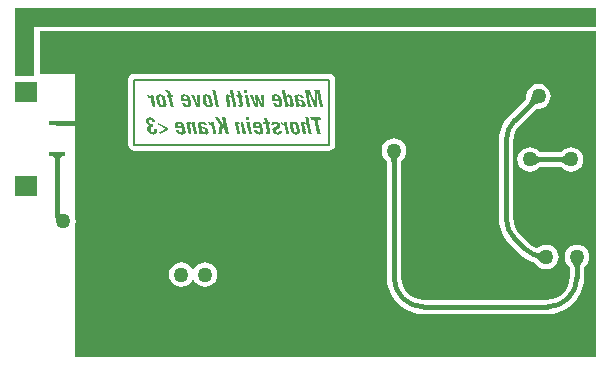
<source format=gbl>
G04 Layer_Physical_Order=2*
G04 Layer_Color=16711680*
%FSLAX44Y44*%
%MOMM*%
G71*
G01*
G75*
%ADD12C,0.4000*%
%ADD24C,0.2000*%
%ADD25C,1.2700*%
%ADD26R,1.9000X1.8000*%
%ADD27R,1.3500X0.4000*%
G36*
X43620Y175021D02*
X43280Y174900D01*
X42980Y174698D01*
X42720Y174416D01*
X42500Y174053D01*
X42320Y173610D01*
X42180Y173086D01*
X42080Y172481D01*
X42020Y171796D01*
X42000Y171031D01*
X38000D01*
X37980Y171796D01*
X37920Y172481D01*
X37820Y173086D01*
X37680Y173610D01*
X37500Y174053D01*
X37280Y174416D01*
X37020Y174698D01*
X36720Y174900D01*
X36380Y175021D01*
X36000Y175061D01*
X44000D01*
X43620Y175021D01*
D02*
G37*
G36*
X495667Y280922D02*
Y5000D01*
X55000Y5000D01*
X55000Y117096D01*
X55084Y117298D01*
X55439Y120000D01*
X55084Y122702D01*
X55000Y122904D01*
X55000Y245000D01*
X25000Y245000D01*
X25000Y280922D01*
X495667Y280922D01*
D02*
G37*
G36*
Y285000D02*
X20000Y285000D01*
X20000Y243000D01*
X4333Y243000D01*
Y300667D01*
X495667D01*
Y285000D01*
D02*
G37*
%LPC*%
G36*
X475000Y182939D02*
X472298Y182584D01*
X469780Y181541D01*
X467618Y179882D01*
X467571Y179820D01*
X467254Y179516D01*
X466972Y179279D01*
X466708Y179088D01*
X466463Y178936D01*
X466234Y178819D01*
X466018Y178730D01*
X465810Y178665D01*
X465603Y178619D01*
X465590Y178617D01*
X449410D01*
X449397Y178619D01*
X449190Y178665D01*
X448982Y178730D01*
X448766Y178819D01*
X448537Y178936D01*
X448292Y179088D01*
X448028Y179279D01*
X447746Y179517D01*
X447429Y179820D01*
X447382Y179882D01*
X445220Y181541D01*
X442702Y182584D01*
X440000Y182939D01*
X437298Y182584D01*
X434780Y181541D01*
X432618Y179882D01*
X430959Y177720D01*
X429916Y175202D01*
X429561Y172500D01*
X429916Y169798D01*
X430959Y167280D01*
X432618Y165118D01*
X434780Y163459D01*
X437298Y162416D01*
X440000Y162061D01*
X442702Y162416D01*
X445220Y163459D01*
X447382Y165118D01*
X447429Y165180D01*
X447746Y165484D01*
X448028Y165721D01*
X448292Y165912D01*
X448537Y166064D01*
X448766Y166181D01*
X448982Y166270D01*
X449190Y166335D01*
X449397Y166381D01*
X449410Y166383D01*
X465590D01*
X465603Y166381D01*
X465810Y166335D01*
X466018Y166270D01*
X466234Y166181D01*
X466463Y166064D01*
X466708Y165912D01*
X466972Y165721D01*
X467254Y165483D01*
X467571Y165180D01*
X467618Y165118D01*
X469780Y163459D01*
X472298Y162416D01*
X475000Y162061D01*
X477702Y162416D01*
X480220Y163459D01*
X482382Y165118D01*
X484041Y167280D01*
X485084Y169798D01*
X485439Y172500D01*
X485084Y175202D01*
X484041Y177720D01*
X482382Y179882D01*
X480220Y181541D01*
X477702Y182584D01*
X475000Y182939D01*
D02*
G37*
G36*
X447414Y236439D02*
X444712Y236084D01*
X442195Y235041D01*
X440033Y233382D01*
X438374Y231220D01*
X437331Y228702D01*
X436975Y226000D01*
X436985Y225923D01*
X436976Y225484D01*
X436944Y225118D01*
X436893Y224795D01*
X436827Y224514D01*
X436748Y224269D01*
X436658Y224054D01*
X436557Y223861D01*
X436443Y223683D01*
X436434Y223672D01*
X423114Y210351D01*
X423017Y210207D01*
X419918Y206578D01*
X417336Y202364D01*
X415444Y197798D01*
X414291Y192992D01*
X413916Y188235D01*
X413882Y188065D01*
Y123021D01*
X413916Y122851D01*
X414291Y118094D01*
X415444Y113288D01*
X417336Y108722D01*
X419918Y104508D01*
X423017Y100879D01*
X423114Y100735D01*
X430735Y93114D01*
X430879Y93017D01*
X434507Y89918D01*
X438722Y87336D01*
X442240Y85878D01*
X442262Y85861D01*
X442331Y85841D01*
X442610Y85725D01*
X442723Y85655D01*
X443182Y85484D01*
X443519Y85335D01*
X443843Y85169D01*
X444159Y84984D01*
X444466Y84780D01*
X444767Y84553D01*
X445021Y84339D01*
X445678Y83685D01*
X445994Y83319D01*
X446211Y83149D01*
X446618Y82618D01*
X448780Y80959D01*
X451298Y79916D01*
X454000Y79561D01*
X456702Y79916D01*
X459220Y80959D01*
X461382Y82618D01*
X463041Y84780D01*
X464084Y87298D01*
X464439Y90000D01*
X464084Y92702D01*
X463041Y95220D01*
X461382Y97382D01*
X459220Y99041D01*
X456702Y100084D01*
X454000Y100439D01*
X451298Y100084D01*
X448780Y99041D01*
X447696Y98209D01*
X447354Y98034D01*
X446949Y97714D01*
X446706Y97552D01*
X446516Y97449D01*
X446378Y97392D01*
X446289Y97366D01*
X446237Y97357D01*
X446203Y97356D01*
X446166Y97359D01*
X446104Y97372D01*
X445791Y97474D01*
X445676Y97488D01*
X445610Y97508D01*
X442262Y99298D01*
X439546Y101526D01*
X439386Y101765D01*
X431765Y109386D01*
X431526Y109546D01*
X429297Y112262D01*
X427508Y115610D01*
X426406Y119243D01*
X426062Y122739D01*
X426118Y123021D01*
Y188065D01*
X426062Y188347D01*
X426406Y191843D01*
X427508Y195476D01*
X429297Y198824D01*
X431526Y201540D01*
X431765Y201700D01*
X445086Y215020D01*
X445097Y215029D01*
X445275Y215142D01*
X445468Y215243D01*
X445683Y215333D01*
X445928Y215412D01*
X446209Y215479D01*
X446532Y215530D01*
X446899Y215562D01*
X447337Y215571D01*
X447414Y215561D01*
X450116Y215916D01*
X452634Y216959D01*
X454796Y218618D01*
X456455Y220780D01*
X457498Y223298D01*
X457854Y226000D01*
X457498Y228702D01*
X456455Y231220D01*
X454796Y233382D01*
X452634Y235041D01*
X450116Y236084D01*
X447414Y236439D01*
D02*
G37*
G36*
X325000Y190439D02*
X322298Y190084D01*
X319780Y189041D01*
X317618Y187382D01*
X315959Y185220D01*
X314916Y182702D01*
X314561Y180000D01*
X314916Y177298D01*
X315959Y174780D01*
X317618Y172618D01*
X317680Y172571D01*
X317984Y172254D01*
X318221Y171972D01*
X318412Y171709D01*
X318564Y171463D01*
X318681Y171234D01*
X318770Y171018D01*
X318835Y170810D01*
X318881Y170604D01*
X318883Y170590D01*
Y72900D01*
X318916Y72730D01*
X319291Y67973D01*
X320444Y63167D01*
X322336Y58601D01*
X324918Y54387D01*
X328128Y50628D01*
X331886Y47418D01*
X336101Y44836D01*
X340667Y42944D01*
X345473Y41791D01*
X350230Y41416D01*
X350400Y41382D01*
X454600D01*
X454770Y41416D01*
X459527Y41791D01*
X464333Y42944D01*
X468899Y44836D01*
X473114Y47418D01*
X476872Y50628D01*
X480082Y54387D01*
X482664Y58601D01*
X484556Y63167D01*
X485709Y67973D01*
X486084Y72730D01*
X486118Y72900D01*
Y80590D01*
X486119Y80603D01*
X486165Y80810D01*
X486230Y81018D01*
X486319Y81234D01*
X486436Y81463D01*
X486588Y81708D01*
X486780Y81972D01*
X487017Y82254D01*
X487320Y82571D01*
X487382Y82618D01*
X489041Y84780D01*
X490084Y87298D01*
X490439Y90000D01*
X490084Y92702D01*
X489041Y95220D01*
X487382Y97382D01*
X485220Y99041D01*
X482702Y100084D01*
X480000Y100439D01*
X477298Y100084D01*
X474780Y99041D01*
X472618Y97382D01*
X470959Y95220D01*
X469916Y92702D01*
X469561Y90000D01*
X469916Y87298D01*
X470959Y84780D01*
X472618Y82618D01*
X472680Y82571D01*
X472984Y82254D01*
X473221Y81972D01*
X473412Y81708D01*
X473564Y81463D01*
X473681Y81234D01*
X473770Y81018D01*
X473835Y80810D01*
X473881Y80604D01*
X473882Y80590D01*
Y72900D01*
X473938Y72618D01*
X473594Y69122D01*
X472492Y65489D01*
X470703Y62141D01*
X468294Y59206D01*
X465359Y56797D01*
X462011Y55008D01*
X458378Y53906D01*
X454882Y53562D01*
X454600Y53618D01*
X350400D01*
X350118Y53562D01*
X346622Y53906D01*
X342989Y55008D01*
X339641Y56797D01*
X336706Y59206D01*
X334298Y62141D01*
X332508Y65489D01*
X331406Y69122D01*
X331062Y72618D01*
X331118Y72900D01*
Y170590D01*
X331119Y170603D01*
X331165Y170810D01*
X331230Y171018D01*
X331319Y171234D01*
X331436Y171463D01*
X331588Y171709D01*
X331780Y171972D01*
X332017Y172254D01*
X332320Y172571D01*
X332382Y172618D01*
X334041Y174780D01*
X335084Y177298D01*
X335439Y180000D01*
X335084Y182702D01*
X334041Y185220D01*
X332382Y187382D01*
X330220Y189041D01*
X327702Y190084D01*
X325000Y190439D01*
D02*
G37*
G36*
X165000Y85439D02*
X162298Y85084D01*
X159780Y84041D01*
X157618Y82382D01*
X155959Y80220D01*
X155635Y79437D01*
X154365D01*
X154041Y80220D01*
X152382Y82382D01*
X150220Y84041D01*
X147702Y85084D01*
X145000Y85439D01*
X142298Y85084D01*
X139780Y84041D01*
X137618Y82382D01*
X135959Y80220D01*
X134916Y77702D01*
X134561Y75000D01*
X134916Y72298D01*
X135959Y69780D01*
X137618Y67618D01*
X139780Y65959D01*
X142298Y64916D01*
X145000Y64561D01*
X147702Y64916D01*
X150220Y65959D01*
X152382Y67618D01*
X154041Y69780D01*
X154365Y70563D01*
X155635D01*
X155959Y69780D01*
X157618Y67618D01*
X159780Y65959D01*
X162298Y64916D01*
X165000Y64561D01*
X167702Y64916D01*
X170220Y65959D01*
X172382Y67618D01*
X174041Y69780D01*
X175084Y72298D01*
X175439Y75000D01*
X175084Y77702D01*
X174041Y80220D01*
X172382Y82382D01*
X170220Y84041D01*
X167702Y85084D01*
X165000Y85439D01*
D02*
G37*
G36*
X270000Y245098D02*
X105000D01*
X103049Y244710D01*
X101395Y243605D01*
X100290Y241951D01*
X99902Y240000D01*
Y185000D01*
X100290Y183049D01*
X101395Y181395D01*
X103049Y180290D01*
X105000Y179902D01*
X270000D01*
X271951Y180290D01*
X273605Y181395D01*
X274710Y183049D01*
X275098Y185000D01*
Y240000D01*
X274710Y241951D01*
X273605Y243605D01*
X271951Y244710D01*
X270000Y245098D01*
D02*
G37*
%LPD*%
G36*
X470465Y168055D02*
X469981Y168520D01*
X469486Y168935D01*
X468981Y169302D01*
X468466Y169620D01*
X467941Y169889D01*
X467406Y170109D01*
X466861Y170280D01*
X466305Y170402D01*
X465739Y170476D01*
X465163Y170500D01*
Y174500D01*
X465739Y174524D01*
X466305Y174598D01*
X466861Y174720D01*
X467406Y174891D01*
X467941Y175111D01*
X468466Y175380D01*
X468981Y175698D01*
X469486Y176065D01*
X469981Y176481D01*
X470465Y176945D01*
Y168055D01*
D02*
G37*
G36*
X445019Y176481D02*
X445514Y176065D01*
X446019Y175698D01*
X446534Y175380D01*
X447059Y175111D01*
X447594Y174891D01*
X448139Y174720D01*
X448695Y174598D01*
X449261Y174524D01*
X449837Y174500D01*
Y170500D01*
X449261Y170476D01*
X448695Y170402D01*
X448139Y170280D01*
X447594Y170109D01*
X447059Y169889D01*
X446534Y169620D01*
X446019Y169302D01*
X445514Y168935D01*
X445019Y168520D01*
X444535Y168055D01*
Y176945D01*
X445019Y176481D01*
D02*
G37*
G36*
X449085Y85979D02*
X448666Y86466D01*
X447778Y87348D01*
X447310Y87744D01*
X446825Y88109D01*
X446323Y88443D01*
X445805Y88747D01*
X445270Y89020D01*
X444719Y89263D01*
X444152Y89475D01*
X444520Y93599D01*
X445057Y93423D01*
X445594Y93313D01*
X446130Y93270D01*
X446666Y93294D01*
X447203Y93384D01*
X447739Y93541D01*
X448275Y93764D01*
X448810Y94054D01*
X449346Y94410D01*
X449882Y94833D01*
X449085Y85979D01*
D02*
G37*
G36*
X447351Y219650D02*
X446680Y219636D01*
X446036Y219580D01*
X445420Y219483D01*
X444831Y219344D01*
X444269Y219162D01*
X443735Y218939D01*
X443229Y218675D01*
X442749Y218368D01*
X442297Y218020D01*
X441873Y217630D01*
X439044Y220459D01*
X439434Y220883D01*
X439783Y221335D01*
X440089Y221814D01*
X440354Y222321D01*
X440577Y222855D01*
X440758Y223417D01*
X440897Y224006D01*
X440995Y224622D01*
X441051Y225266D01*
X441065Y225937D01*
X447351Y219650D01*
D02*
G37*
G36*
X328980Y174981D02*
X328565Y174486D01*
X328198Y173981D01*
X327880Y173466D01*
X327611Y172941D01*
X327391Y172406D01*
X327220Y171861D01*
X327098Y171305D01*
X327024Y170739D01*
X327000Y170163D01*
X323000D01*
X322976Y170739D01*
X322902Y171305D01*
X322780Y171861D01*
X322609Y172406D01*
X322389Y172941D01*
X322120Y173466D01*
X321802Y173981D01*
X321435Y174486D01*
X321020Y174981D01*
X320555Y175465D01*
X329445D01*
X328980Y174981D01*
D02*
G37*
G36*
X483980Y84981D02*
X483565Y84486D01*
X483198Y83981D01*
X482880Y83467D01*
X482611Y82941D01*
X482391Y82406D01*
X482220Y81861D01*
X482098Y81305D01*
X482024Y80739D01*
X482000Y80163D01*
X478000D01*
X477976Y80739D01*
X477902Y81305D01*
X477780Y81861D01*
X477609Y82406D01*
X477389Y82941D01*
X477120Y83467D01*
X476802Y83981D01*
X476435Y84486D01*
X476020Y84981D01*
X475555Y85465D01*
X484445D01*
X483980Y84981D01*
D02*
G37*
G36*
X262599Y207848D02*
Y207588D01*
Y207327D01*
X262859D01*
Y207067D01*
Y206807D01*
Y206546D01*
Y206286D01*
X263119D01*
Y206026D01*
Y205765D01*
Y205505D01*
X260516D01*
Y205245D01*
Y204984D01*
Y204724D01*
Y204464D01*
X260777D01*
Y204203D01*
Y203943D01*
Y203683D01*
X261037D01*
Y203423D01*
X260777D01*
Y203162D01*
Y202902D01*
X261037D01*
Y202642D01*
Y202381D01*
Y202121D01*
Y201861D01*
X261297D01*
Y201600D01*
Y201340D01*
Y201080D01*
X261558D01*
Y200819D01*
Y200559D01*
Y200299D01*
Y200039D01*
X261818D01*
Y199778D01*
Y199518D01*
Y199258D01*
Y198997D01*
Y198737D01*
Y198477D01*
Y198216D01*
X262078D01*
Y197956D01*
Y197696D01*
Y197435D01*
X262338D01*
Y197175D01*
Y196915D01*
Y196654D01*
Y196394D01*
X262599D01*
Y196134D01*
Y195874D01*
Y195613D01*
Y195353D01*
Y195093D01*
Y194832D01*
Y194572D01*
X262859D01*
Y194312D01*
Y194051D01*
Y193791D01*
X259996D01*
Y194051D01*
Y194312D01*
Y194572D01*
Y194832D01*
Y195093D01*
X259735D01*
Y195353D01*
Y195613D01*
Y195874D01*
X259475D01*
Y196134D01*
Y196394D01*
Y196654D01*
X259215D01*
Y196915D01*
Y197175D01*
Y197435D01*
Y197696D01*
X258954D01*
Y197956D01*
X259215D01*
Y198216D01*
Y198477D01*
X258954D01*
Y198737D01*
Y198997D01*
Y199258D01*
Y199518D01*
X258694D01*
Y199778D01*
Y200039D01*
Y200299D01*
Y200559D01*
X258434D01*
Y200819D01*
Y201080D01*
Y201340D01*
Y201600D01*
Y201861D01*
Y202121D01*
X258173D01*
Y202381D01*
Y202642D01*
Y202902D01*
Y203162D01*
X257913D01*
Y203423D01*
Y203683D01*
Y203943D01*
Y204203D01*
Y204464D01*
Y204724D01*
X257653D01*
Y204984D01*
Y205245D01*
Y205505D01*
X254529D01*
Y205765D01*
Y206026D01*
Y206286D01*
Y206546D01*
Y206807D01*
Y207067D01*
Y207327D01*
Y207588D01*
X254269D01*
Y207848D01*
Y208108D01*
X262599D01*
Y207848D01*
D02*
G37*
G36*
X202727Y203943D02*
Y203683D01*
Y203423D01*
Y203162D01*
Y202902D01*
X202987D01*
Y202642D01*
Y202381D01*
Y202121D01*
Y201861D01*
X203248D01*
Y201600D01*
Y201340D01*
Y201080D01*
X203508D01*
Y200819D01*
Y200559D01*
Y200299D01*
Y200039D01*
X203768D01*
Y199778D01*
Y199518D01*
Y199258D01*
Y198997D01*
Y198737D01*
Y198477D01*
Y198216D01*
X204028D01*
Y197956D01*
Y197696D01*
Y197435D01*
X204289D01*
Y197175D01*
Y196915D01*
Y196654D01*
Y196394D01*
Y196134D01*
Y195874D01*
Y195613D01*
X204549D01*
Y195353D01*
Y195093D01*
Y194832D01*
Y194572D01*
X204809D01*
Y194312D01*
Y194051D01*
Y193791D01*
X202206D01*
Y194051D01*
Y194312D01*
Y194572D01*
X201946D01*
Y194832D01*
Y195093D01*
Y195353D01*
Y195613D01*
Y195874D01*
Y196134D01*
Y196394D01*
Y196654D01*
X201686D01*
Y196915D01*
Y197175D01*
Y197435D01*
X201425D01*
Y197696D01*
Y197956D01*
Y198216D01*
Y198477D01*
X201165D01*
Y198737D01*
Y198997D01*
Y199258D01*
X200905D01*
Y199518D01*
Y199778D01*
Y200039D01*
Y200299D01*
Y200559D01*
Y200819D01*
Y201080D01*
X200644D01*
Y201340D01*
Y201600D01*
Y201861D01*
X200384D01*
Y202121D01*
Y202381D01*
Y202642D01*
Y202902D01*
Y203162D01*
Y203423D01*
Y203683D01*
X200124D01*
Y203943D01*
Y204203D01*
X202727D01*
Y203943D01*
D02*
G37*
G36*
X217825Y207327D02*
Y207067D01*
Y206807D01*
Y206546D01*
Y206286D01*
Y206026D01*
X218085D01*
Y205765D01*
Y205505D01*
Y205245D01*
X218346D01*
Y204984D01*
Y204724D01*
Y204464D01*
Y204203D01*
X219647D01*
Y203943D01*
Y203683D01*
X219907D01*
Y203423D01*
Y203162D01*
Y202902D01*
Y202642D01*
X220168D01*
Y202381D01*
X218866D01*
Y202121D01*
Y201861D01*
Y201600D01*
Y201340D01*
X219127D01*
Y201080D01*
Y200819D01*
Y200559D01*
Y200299D01*
Y200039D01*
Y199778D01*
X219387D01*
Y199518D01*
Y199258D01*
Y198997D01*
Y198737D01*
X219647D01*
Y198477D01*
Y198216D01*
Y197956D01*
X219907D01*
Y197696D01*
Y197435D01*
Y197175D01*
Y196915D01*
X220168D01*
Y196654D01*
Y196394D01*
Y196134D01*
Y195874D01*
Y195613D01*
Y195353D01*
Y195093D01*
Y194832D01*
Y194572D01*
Y194312D01*
X219647D01*
Y194051D01*
X219387D01*
Y193791D01*
X216523D01*
Y194051D01*
Y194312D01*
Y194572D01*
X216263D01*
Y194832D01*
Y195093D01*
Y195353D01*
X216003D01*
Y195613D01*
X217304D01*
Y195874D01*
Y196134D01*
Y196394D01*
Y196654D01*
Y196915D01*
Y197175D01*
Y197435D01*
Y197696D01*
Y197956D01*
X217044D01*
Y198216D01*
Y198477D01*
Y198737D01*
X216784D01*
Y198997D01*
Y199258D01*
Y199518D01*
Y199778D01*
Y200039D01*
Y200299D01*
Y200559D01*
X216523D01*
Y200819D01*
Y201080D01*
Y201340D01*
Y201600D01*
X216263D01*
Y201861D01*
Y202121D01*
Y202381D01*
X214701D01*
Y202642D01*
Y202902D01*
X214441D01*
Y203162D01*
Y203423D01*
Y203683D01*
Y203943D01*
Y204203D01*
X215742D01*
Y204464D01*
Y204724D01*
Y204984D01*
X215482D01*
Y205245D01*
Y205505D01*
Y205765D01*
Y206026D01*
X215222D01*
Y206286D01*
Y206546D01*
Y206807D01*
Y207067D01*
X214962D01*
Y207327D01*
Y207588D01*
X217825D01*
Y207327D01*
D02*
G37*
G36*
X229539Y204203D02*
X230320D01*
Y203943D01*
X230580D01*
Y203683D01*
X230841D01*
Y203423D01*
X231101D01*
Y203162D01*
X231361D01*
Y202902D01*
Y202642D01*
X231882D01*
Y202902D01*
Y203162D01*
Y203423D01*
Y203683D01*
X231622D01*
Y203943D01*
X231882D01*
Y204203D01*
X234225D01*
Y203943D01*
Y203683D01*
Y203423D01*
Y203162D01*
Y202902D01*
Y202642D01*
X234485D01*
Y202381D01*
Y202121D01*
Y201861D01*
Y201600D01*
X234745D01*
Y201340D01*
Y201080D01*
Y200819D01*
X235006D01*
Y200559D01*
X234745D01*
Y200299D01*
Y200039D01*
X235006D01*
Y199778D01*
Y199518D01*
Y199258D01*
Y198997D01*
X235266D01*
Y198737D01*
Y198477D01*
Y198216D01*
X235526D01*
Y197956D01*
Y197696D01*
Y197435D01*
Y197175D01*
Y196915D01*
Y196654D01*
Y196394D01*
X235786D01*
Y196134D01*
Y195874D01*
Y195613D01*
Y195353D01*
X236047D01*
Y195093D01*
Y194832D01*
Y194572D01*
X236307D01*
Y194312D01*
Y194051D01*
Y193791D01*
X233704D01*
Y194051D01*
Y194312D01*
Y194572D01*
X233444D01*
Y194832D01*
Y195093D01*
Y195353D01*
X233183D01*
Y195613D01*
Y195874D01*
Y196134D01*
Y196394D01*
X232923D01*
Y196654D01*
X233183D01*
Y196915D01*
Y197175D01*
X232923D01*
Y197435D01*
Y197696D01*
Y197956D01*
Y198216D01*
X232663D01*
Y198477D01*
Y198737D01*
Y198997D01*
X232402D01*
Y199258D01*
Y199518D01*
Y199778D01*
Y200039D01*
Y200299D01*
Y200559D01*
Y200819D01*
X232142D01*
Y201080D01*
Y201340D01*
X231622D01*
Y201600D01*
X229799D01*
Y201861D01*
Y202121D01*
Y202381D01*
X229539D01*
Y202642D01*
Y202902D01*
Y203162D01*
Y203423D01*
Y203683D01*
Y203943D01*
X229279D01*
Y204203D01*
X229018D01*
Y204464D01*
X229539D01*
Y204203D01*
D02*
G37*
G36*
X143636D02*
X144938D01*
Y203943D01*
X145458D01*
Y203683D01*
X145979D01*
Y203423D01*
X146239D01*
Y203162D01*
X146499D01*
Y202902D01*
X146760D01*
Y202642D01*
X147020D01*
Y202381D01*
Y202121D01*
Y201861D01*
Y201600D01*
X147280D01*
Y201340D01*
Y201080D01*
X147541D01*
Y200819D01*
Y200559D01*
Y200299D01*
X147801D01*
Y200039D01*
Y199778D01*
Y199518D01*
Y199258D01*
Y198997D01*
Y198737D01*
Y198477D01*
X148061D01*
Y198216D01*
Y197956D01*
Y197696D01*
Y197435D01*
X148322D01*
Y197175D01*
Y196915D01*
Y196654D01*
X148582D01*
Y196394D01*
Y196134D01*
Y195874D01*
Y195613D01*
Y195353D01*
Y195093D01*
X148322D01*
Y194832D01*
X148061D01*
Y194572D01*
Y194312D01*
X147541D01*
Y194051D01*
X147280D01*
Y193791D01*
X145979D01*
Y193531D01*
X144677D01*
Y193791D01*
X143115D01*
Y194051D01*
X142595D01*
Y194312D01*
X142074D01*
Y194572D01*
X141814D01*
Y194832D01*
X141553D01*
Y195093D01*
Y195353D01*
X141293D01*
Y195613D01*
X141033D01*
Y195874D01*
Y196134D01*
X140773D01*
Y196394D01*
Y196654D01*
X140512D01*
Y196915D01*
Y197175D01*
X143376D01*
Y196915D01*
Y196654D01*
Y196394D01*
Y196134D01*
Y195874D01*
X143896D01*
Y195613D01*
X144157D01*
Y195353D01*
X145198D01*
Y195613D01*
X145718D01*
Y195874D01*
Y196134D01*
Y196394D01*
Y196654D01*
Y196915D01*
Y197175D01*
Y197435D01*
X145458D01*
Y197696D01*
Y197956D01*
Y198216D01*
Y198477D01*
X145198D01*
Y198737D01*
Y198997D01*
X139992D01*
Y199258D01*
Y199518D01*
Y199778D01*
Y200039D01*
Y200299D01*
Y200559D01*
X139731D01*
Y200819D01*
Y201080D01*
Y201340D01*
X139471D01*
Y201600D01*
Y201861D01*
Y202121D01*
Y202381D01*
Y202642D01*
Y202902D01*
X139731D01*
Y203162D01*
Y203423D01*
Y203683D01*
X140252D01*
Y203943D01*
X140512D01*
Y204203D01*
X141814D01*
Y204464D01*
X143636D01*
Y204203D01*
D02*
G37*
G36*
X182162Y207848D02*
X182423D01*
Y207588D01*
Y207327D01*
Y207067D01*
X182683D01*
Y206807D01*
Y206546D01*
Y206286D01*
Y206026D01*
X182943D01*
Y205765D01*
Y205505D01*
Y205245D01*
Y204984D01*
Y204724D01*
Y204464D01*
Y204203D01*
X183203D01*
Y203943D01*
Y203683D01*
Y203423D01*
X183464D01*
Y203162D01*
Y202902D01*
Y202642D01*
Y202381D01*
Y202121D01*
Y201861D01*
Y201600D01*
Y201340D01*
X183724D01*
Y201080D01*
Y200819D01*
X183984D01*
Y200559D01*
Y200299D01*
Y200039D01*
Y199778D01*
X184245D01*
Y199518D01*
Y199258D01*
Y198997D01*
Y198737D01*
Y198477D01*
Y198216D01*
Y197956D01*
X184505D01*
Y197696D01*
Y197435D01*
Y197175D01*
Y196915D01*
X184765D01*
Y196654D01*
Y196394D01*
Y196134D01*
X185026D01*
Y195874D01*
Y195613D01*
Y195353D01*
Y195093D01*
X185286D01*
Y194832D01*
X185026D01*
Y194572D01*
Y194312D01*
X185286D01*
Y194051D01*
Y193791D01*
X182423D01*
Y194051D01*
Y194312D01*
Y194572D01*
X182162D01*
Y194832D01*
Y195093D01*
Y195353D01*
X181902D01*
Y195613D01*
Y195874D01*
Y196134D01*
Y196394D01*
X181642D01*
Y196654D01*
Y196915D01*
Y197175D01*
Y197435D01*
Y197696D01*
X181381D01*
Y197956D01*
X181121D01*
Y198216D01*
Y198477D01*
X180861D01*
Y198737D01*
X180600D01*
Y198997D01*
X180080D01*
Y198737D01*
Y198477D01*
Y198216D01*
Y197956D01*
X179819D01*
Y197696D01*
Y197435D01*
Y197175D01*
Y196915D01*
Y196654D01*
X179559D01*
Y196394D01*
Y196134D01*
Y195874D01*
Y195613D01*
Y195353D01*
Y195093D01*
Y194832D01*
Y194572D01*
Y194312D01*
X179299D01*
Y194051D01*
Y193791D01*
X176175D01*
Y194051D01*
X176435D01*
Y194312D01*
Y194572D01*
Y194832D01*
Y195093D01*
X176696D01*
Y195353D01*
Y195613D01*
X176435D01*
Y195874D01*
X176696D01*
Y196134D01*
Y196394D01*
Y196654D01*
Y196915D01*
X176956D01*
Y197175D01*
Y197435D01*
Y197696D01*
Y197956D01*
X177216D01*
Y198216D01*
Y198477D01*
Y198737D01*
Y198997D01*
Y199258D01*
Y199518D01*
Y199778D01*
X177477D01*
Y200039D01*
Y200299D01*
Y200559D01*
Y200819D01*
X177737D01*
Y201080D01*
Y201340D01*
Y201600D01*
Y201861D01*
Y202121D01*
X177477D01*
Y202381D01*
X177216D01*
Y202642D01*
Y202902D01*
X176956D01*
Y203162D01*
Y203423D01*
X176435D01*
Y203683D01*
Y203943D01*
X176175D01*
Y204203D01*
Y204464D01*
X175915D01*
Y204724D01*
X175654D01*
Y204984D01*
Y205245D01*
X175394D01*
Y205505D01*
X175134D01*
Y205765D01*
X174874D01*
Y206026D01*
Y206286D01*
X174613D01*
Y206546D01*
X174353D01*
Y206807D01*
X174093D01*
Y207067D01*
Y207327D01*
X173832D01*
Y207588D01*
Y207848D01*
X173312D01*
Y208108D01*
X176435D01*
Y207848D01*
Y207588D01*
X176696D01*
Y207327D01*
Y207067D01*
X176956D01*
Y206807D01*
X177216D01*
Y206546D01*
X177477D01*
Y206286D01*
Y206026D01*
X177737D01*
Y205765D01*
X177997D01*
Y205505D01*
Y205245D01*
X178258D01*
Y204984D01*
X178518D01*
Y204724D01*
Y204464D01*
Y204203D01*
X179039D01*
Y203943D01*
Y203683D01*
X179299D01*
Y203423D01*
Y203162D01*
X179559D01*
Y202902D01*
Y202642D01*
X179819D01*
Y202381D01*
Y202121D01*
X180600D01*
Y202381D01*
Y202642D01*
Y202902D01*
X180340D01*
Y203162D01*
Y203423D01*
Y203683D01*
X180080D01*
Y203943D01*
Y204203D01*
Y204464D01*
Y204724D01*
Y204984D01*
Y205245D01*
Y205505D01*
X179819D01*
Y205765D01*
Y206026D01*
Y206286D01*
X179559D01*
Y206546D01*
Y206807D01*
Y207067D01*
Y207327D01*
X179299D01*
Y207588D01*
X179559D01*
Y207848D01*
X179299D01*
Y208108D01*
X182162D01*
Y207848D01*
D02*
G37*
G36*
X172531Y203943D02*
Y203683D01*
X172791D01*
Y203423D01*
Y203162D01*
Y202902D01*
Y202642D01*
X173051D01*
Y202381D01*
X172791D01*
Y202121D01*
Y201861D01*
Y201600D01*
X173051D01*
Y201340D01*
Y201080D01*
Y200819D01*
X173312D01*
Y200559D01*
Y200299D01*
Y200039D01*
Y199778D01*
X173572D01*
Y199518D01*
Y199258D01*
Y198997D01*
X173832D01*
Y198737D01*
Y198477D01*
Y198216D01*
Y197956D01*
Y197696D01*
Y197435D01*
Y197175D01*
X174093D01*
Y196915D01*
Y196654D01*
Y196394D01*
X174353D01*
Y196134D01*
Y195874D01*
Y195613D01*
Y195353D01*
X174613D01*
Y195093D01*
Y194832D01*
Y194572D01*
Y194312D01*
Y194051D01*
Y193791D01*
X172010D01*
Y194051D01*
Y194312D01*
Y194572D01*
Y194832D01*
Y195093D01*
Y195353D01*
X171750D01*
Y195613D01*
Y195874D01*
Y196134D01*
Y196394D01*
X171489D01*
Y196654D01*
Y196915D01*
Y197175D01*
Y197435D01*
Y197696D01*
Y197956D01*
Y198216D01*
X170969D01*
Y198477D01*
X171229D01*
Y198737D01*
Y198997D01*
X170969D01*
Y199258D01*
Y199518D01*
Y199778D01*
Y200039D01*
X170708D01*
Y200299D01*
Y200559D01*
Y200819D01*
X170448D01*
Y201080D01*
Y201340D01*
X170188D01*
Y201600D01*
X168105D01*
Y201861D01*
Y202121D01*
Y202381D01*
Y202642D01*
Y202902D01*
Y203162D01*
X167845D01*
Y203423D01*
Y203683D01*
Y203943D01*
Y204203D01*
X168886D01*
Y203943D01*
X169147D01*
Y203683D01*
X169407D01*
Y203423D01*
X169667D01*
Y203162D01*
X169928D01*
Y202902D01*
Y202642D01*
X170448D01*
Y202902D01*
Y203162D01*
Y203423D01*
Y203683D01*
X170188D01*
Y203943D01*
Y204203D01*
X172531D01*
Y203943D01*
D02*
G37*
G36*
X209495Y204203D02*
X211057D01*
Y203943D01*
X211577D01*
Y203683D01*
X211838D01*
Y203423D01*
X212098D01*
Y203162D01*
X212358D01*
Y202902D01*
X212619D01*
Y202642D01*
X212879D01*
Y202381D01*
Y202121D01*
X213139D01*
Y201861D01*
Y201600D01*
X213400D01*
Y201340D01*
Y201080D01*
Y200819D01*
Y200559D01*
Y200299D01*
X213660D01*
Y200039D01*
Y199778D01*
Y199518D01*
Y199258D01*
X213920D01*
Y198997D01*
Y198737D01*
Y198477D01*
X214181D01*
Y198216D01*
X213920D01*
Y197956D01*
Y197696D01*
X214181D01*
Y197435D01*
Y197175D01*
Y196915D01*
Y196654D01*
X214441D01*
Y196394D01*
Y196134D01*
Y195874D01*
Y195613D01*
Y195353D01*
Y195093D01*
X214181D01*
Y194832D01*
Y194572D01*
X213920D01*
Y194312D01*
X213660D01*
Y194051D01*
X213400D01*
Y193791D01*
X211838D01*
Y193531D01*
X210536D01*
Y193791D01*
X209235D01*
Y194051D01*
X208714D01*
Y194312D01*
X208193D01*
Y194572D01*
X207673D01*
Y194832D01*
Y195093D01*
X207412D01*
Y195353D01*
X207152D01*
Y195613D01*
X206892D01*
Y195874D01*
X207152D01*
Y196134D01*
X206892D01*
Y196394D01*
Y196654D01*
X206632D01*
Y196915D01*
Y197175D01*
X209235D01*
Y196915D01*
Y196654D01*
Y196394D01*
X209495D01*
Y196134D01*
Y195874D01*
X209755D01*
Y195613D01*
X210276D01*
Y195353D01*
X211317D01*
Y195613D01*
X211577D01*
Y195874D01*
Y196134D01*
Y196394D01*
Y196654D01*
Y196915D01*
Y197175D01*
Y197435D01*
Y197696D01*
Y197956D01*
Y198216D01*
Y198477D01*
X211317D01*
Y198737D01*
Y198997D01*
X206111D01*
Y199258D01*
Y199518D01*
X205851D01*
Y199778D01*
Y200039D01*
Y200299D01*
Y200559D01*
X205590D01*
Y200819D01*
Y201080D01*
Y201340D01*
X205330D01*
Y201600D01*
X205590D01*
Y201861D01*
Y202121D01*
Y202381D01*
Y202642D01*
X205330D01*
Y202902D01*
X205590D01*
Y203162D01*
Y203423D01*
X205851D01*
Y203683D01*
X206111D01*
Y203943D01*
X206632D01*
Y204203D01*
X207673D01*
Y204464D01*
X209495D01*
Y204203D01*
D02*
G37*
G36*
X162899D02*
X164461D01*
Y203943D01*
X164982D01*
Y203683D01*
X165502D01*
Y203423D01*
X165763D01*
Y203162D01*
X166023D01*
Y202902D01*
X166283D01*
Y202642D01*
Y202381D01*
X166544D01*
Y202121D01*
Y201861D01*
Y201600D01*
X166804D01*
Y201340D01*
X164201D01*
Y201600D01*
Y201861D01*
X163940D01*
Y202121D01*
X163680D01*
Y202381D01*
Y202642D01*
X163420D01*
Y202902D01*
X161858D01*
Y202642D01*
Y202381D01*
X161597D01*
Y202121D01*
Y201861D01*
Y201600D01*
Y201340D01*
Y201080D01*
X161858D01*
Y200819D01*
X162118D01*
Y200559D01*
X162379D01*
Y200299D01*
X162899D01*
Y200039D01*
X163420D01*
Y199778D01*
X164721D01*
Y199518D01*
X165242D01*
Y199258D01*
X166023D01*
Y198997D01*
X166544D01*
Y198737D01*
X166804D01*
Y198477D01*
X167064D01*
Y198216D01*
X167324D01*
Y197956D01*
Y197696D01*
Y197435D01*
X167585D01*
Y197175D01*
X167845D01*
Y196915D01*
Y196654D01*
Y196394D01*
Y196134D01*
X168105D01*
Y195874D01*
Y195613D01*
Y195353D01*
Y195093D01*
X167845D01*
Y194832D01*
Y194572D01*
Y194312D01*
X167585D01*
Y194051D01*
X167324D01*
Y193791D01*
X166544D01*
Y193531D01*
X165502D01*
Y193791D01*
X164721D01*
Y194051D01*
X163940D01*
Y194312D01*
X163680D01*
Y194572D01*
X163420D01*
Y194832D01*
X162899D01*
Y194572D01*
Y194312D01*
Y194051D01*
Y193791D01*
X160296D01*
Y194051D01*
Y194312D01*
Y194572D01*
Y194832D01*
Y195093D01*
Y195353D01*
X160036D01*
Y195613D01*
X160296D01*
Y195874D01*
Y196134D01*
Y196394D01*
X160036D01*
Y196654D01*
Y196915D01*
Y197175D01*
Y197435D01*
X159775D01*
Y197696D01*
Y197956D01*
Y198216D01*
Y198477D01*
X159515D01*
Y198737D01*
Y198997D01*
X159255D01*
Y199258D01*
Y199518D01*
Y199778D01*
Y200039D01*
Y200299D01*
Y200559D01*
Y200819D01*
Y201080D01*
X158994D01*
Y201340D01*
Y201600D01*
Y201861D01*
X158734D01*
Y202121D01*
Y202381D01*
Y202642D01*
Y202902D01*
X158994D01*
Y203162D01*
Y203423D01*
Y203683D01*
X159515D01*
Y203943D01*
X159775D01*
Y204203D01*
X161337D01*
Y204464D01*
X162899D01*
Y204203D01*
D02*
G37*
G36*
X151706D02*
X152226D01*
Y203943D01*
X152747D01*
Y203683D01*
X153007D01*
Y203423D01*
X153267D01*
Y203162D01*
X153788D01*
Y202902D01*
X154049D01*
Y203162D01*
Y203423D01*
Y203683D01*
Y203943D01*
X153788D01*
Y204203D01*
X156131D01*
Y203943D01*
Y203683D01*
X156391D01*
Y203423D01*
Y203162D01*
Y202902D01*
X156652D01*
Y202642D01*
X156391D01*
Y202381D01*
Y202121D01*
X156652D01*
Y201861D01*
Y201600D01*
Y201340D01*
Y201080D01*
X156912D01*
Y200819D01*
Y200559D01*
Y200299D01*
Y200039D01*
X157172D01*
Y199778D01*
Y199518D01*
Y199258D01*
X157432D01*
Y198997D01*
Y198737D01*
Y198477D01*
Y198216D01*
Y197956D01*
Y197696D01*
Y197435D01*
X157693D01*
Y197175D01*
Y196915D01*
Y196654D01*
X157953D01*
Y196394D01*
Y196134D01*
Y195874D01*
Y195613D01*
X158214D01*
Y195353D01*
Y195093D01*
Y194832D01*
Y194572D01*
Y194312D01*
Y194051D01*
Y193791D01*
X155610D01*
Y194051D01*
Y194312D01*
Y194572D01*
Y194832D01*
Y195093D01*
Y195353D01*
Y195613D01*
X155350D01*
Y195874D01*
Y196134D01*
Y196394D01*
Y196654D01*
X155090D01*
Y196915D01*
Y197175D01*
Y197435D01*
X154829D01*
Y197696D01*
Y197956D01*
Y198216D01*
Y198477D01*
X154569D01*
Y198737D01*
X154829D01*
Y198997D01*
Y199258D01*
X154569D01*
Y199518D01*
Y199778D01*
Y200039D01*
Y200299D01*
X154309D01*
Y200559D01*
Y200819D01*
Y201080D01*
Y201340D01*
X154049D01*
Y201600D01*
Y201861D01*
Y202121D01*
X153788D01*
Y202381D01*
X151966D01*
Y202121D01*
Y201861D01*
Y201600D01*
Y201340D01*
Y201080D01*
Y200819D01*
X152226D01*
Y200559D01*
Y200299D01*
Y200039D01*
Y199778D01*
X152487D01*
Y199518D01*
Y199258D01*
Y198997D01*
X152747D01*
Y198737D01*
Y198477D01*
Y198216D01*
Y197956D01*
X153007D01*
Y197696D01*
Y197435D01*
Y197175D01*
Y196915D01*
Y196654D01*
Y196394D01*
X153267D01*
Y196134D01*
Y195874D01*
Y195613D01*
Y195353D01*
X153528D01*
Y195093D01*
Y194832D01*
Y194572D01*
Y194312D01*
X153788D01*
Y194051D01*
Y193791D01*
X151185D01*
Y194051D01*
Y194312D01*
Y194572D01*
X150925D01*
Y194832D01*
Y195093D01*
Y195353D01*
X150664D01*
Y195613D01*
Y195874D01*
Y196134D01*
X150404D01*
Y196394D01*
X150664D01*
Y196654D01*
Y196915D01*
Y197175D01*
X150404D01*
Y197435D01*
Y197696D01*
Y197956D01*
Y198216D01*
X150144D01*
Y198477D01*
Y198737D01*
Y198997D01*
X149883D01*
Y199258D01*
Y199518D01*
Y199778D01*
X149623D01*
Y200039D01*
Y200299D01*
Y200559D01*
Y200819D01*
Y201080D01*
Y201340D01*
Y201600D01*
X149363D01*
Y201861D01*
Y202121D01*
Y202381D01*
X149102D01*
Y202642D01*
Y202902D01*
Y203162D01*
X149363D01*
Y203423D01*
Y203683D01*
X149623D01*
Y203943D01*
X149883D01*
Y204203D01*
X150664D01*
Y204464D01*
X151706D01*
Y204203D01*
D02*
G37*
G36*
X193095D02*
X193616D01*
Y203943D01*
X194137D01*
Y203683D01*
X194397D01*
Y203423D01*
X194657D01*
Y203162D01*
X194918D01*
Y202902D01*
X195178D01*
Y203162D01*
Y203423D01*
Y203683D01*
Y203943D01*
Y204203D01*
X197521D01*
Y203943D01*
Y203683D01*
X197781D01*
Y203423D01*
X197521D01*
Y203162D01*
Y202902D01*
X197781D01*
Y202642D01*
Y202381D01*
Y202121D01*
X198041D01*
Y201861D01*
Y201600D01*
Y201340D01*
Y201080D01*
X198302D01*
Y200819D01*
Y200559D01*
Y200299D01*
Y200039D01*
Y199778D01*
Y199518D01*
Y199258D01*
X198562D01*
Y198997D01*
Y198737D01*
Y198477D01*
X198822D01*
Y198216D01*
Y197956D01*
Y197696D01*
Y197435D01*
X199083D01*
Y197175D01*
Y196915D01*
Y196654D01*
X199343D01*
Y196394D01*
Y196134D01*
Y195874D01*
Y195613D01*
Y195353D01*
Y195093D01*
Y194832D01*
Y194572D01*
X199603D01*
Y194312D01*
Y194051D01*
Y193791D01*
X197000D01*
Y194051D01*
Y194312D01*
Y194572D01*
Y194832D01*
X196740D01*
Y195093D01*
Y195353D01*
Y195613D01*
X196479D01*
Y195874D01*
Y196134D01*
Y196394D01*
Y196654D01*
Y196915D01*
Y197175D01*
Y197435D01*
X196219D01*
Y197696D01*
Y197956D01*
Y198216D01*
Y198477D01*
X195959D01*
Y198737D01*
Y198997D01*
Y199258D01*
X195698D01*
Y199518D01*
X195959D01*
Y199778D01*
Y200039D01*
X195698D01*
Y200299D01*
Y200559D01*
Y200819D01*
Y201080D01*
Y201340D01*
X195438D01*
Y201600D01*
Y201861D01*
X195178D01*
Y202121D01*
X194918D01*
Y202381D01*
X193356D01*
Y202121D01*
Y201861D01*
Y201600D01*
Y201340D01*
Y201080D01*
Y200819D01*
X193616D01*
Y200559D01*
Y200299D01*
Y200039D01*
Y199778D01*
X193876D01*
Y199518D01*
Y199258D01*
Y198997D01*
Y198737D01*
Y198477D01*
Y198216D01*
Y197956D01*
X194137D01*
Y197696D01*
Y197435D01*
Y197175D01*
Y196915D01*
X194397D01*
Y196654D01*
Y196394D01*
X194657D01*
Y196134D01*
Y195874D01*
Y195613D01*
Y195353D01*
Y195093D01*
Y194832D01*
Y194572D01*
Y194312D01*
X194918D01*
Y194051D01*
Y193791D01*
X192314D01*
Y194051D01*
Y194312D01*
Y194572D01*
Y194832D01*
Y195093D01*
Y195353D01*
X191794D01*
Y195613D01*
X192054D01*
Y195874D01*
Y196134D01*
X191794D01*
Y196394D01*
Y196654D01*
Y196915D01*
Y197175D01*
X191533D01*
Y197435D01*
Y197696D01*
Y197956D01*
Y198216D01*
X191273D01*
Y198477D01*
Y198737D01*
Y198997D01*
Y199258D01*
Y199518D01*
Y199778D01*
X191013D01*
Y200039D01*
Y200299D01*
Y200559D01*
Y200819D01*
X190753D01*
Y201080D01*
Y201340D01*
Y201600D01*
Y201861D01*
Y202121D01*
Y202381D01*
X190492D01*
Y202642D01*
Y202902D01*
Y203162D01*
X190753D01*
Y203423D01*
Y203683D01*
Y203943D01*
X191013D01*
Y204203D01*
X192054D01*
Y204464D01*
X193095D01*
Y204203D01*
D02*
G37*
G36*
X125154Y203162D02*
X125674D01*
Y202902D01*
X126195D01*
Y202642D01*
X126716D01*
Y202381D01*
X127236D01*
Y202121D01*
X128017D01*
Y201861D01*
X128538D01*
Y201600D01*
X128798D01*
Y201340D01*
X129579D01*
Y201080D01*
X130100D01*
Y200819D01*
X130620D01*
Y200559D01*
X131141D01*
Y200299D01*
X131662D01*
Y200039D01*
X131922D01*
Y199778D01*
X132703D01*
Y199518D01*
X133223D01*
Y199258D01*
Y198997D01*
X133484D01*
Y198737D01*
Y198477D01*
Y198216D01*
Y197956D01*
Y197696D01*
X133223D01*
Y197435D01*
X132703D01*
Y197175D01*
X132443D01*
Y196915D01*
X132182D01*
Y196654D01*
X131401D01*
Y196394D01*
X131141D01*
Y196134D01*
X130360D01*
Y195874D01*
X130100D01*
Y195613D01*
X129839D01*
Y195353D01*
X129319D01*
Y195093D01*
X128798D01*
Y194832D01*
X128538D01*
Y194572D01*
X128017D01*
Y194312D01*
X127757D01*
Y194051D01*
X127236D01*
Y193791D01*
X126716D01*
Y194051D01*
Y194312D01*
Y194572D01*
X126455D01*
Y194832D01*
Y195093D01*
Y195353D01*
Y195613D01*
X127236D01*
Y195874D01*
X127497D01*
Y196134D01*
X128017D01*
Y196394D01*
X128278D01*
Y196654D01*
X128798D01*
Y196915D01*
X129319D01*
Y197175D01*
X129839D01*
Y197435D01*
X130360D01*
Y197696D01*
Y197956D01*
X130881D01*
Y198216D01*
X131401D01*
Y198477D01*
Y198737D01*
Y198997D01*
X130881D01*
Y199258D01*
X130360D01*
Y199518D01*
X129579D01*
Y199778D01*
X129059D01*
Y200039D01*
X128798D01*
Y200299D01*
X128538D01*
Y200559D01*
X127757D01*
Y200819D01*
X127236D01*
Y201080D01*
X126716D01*
Y201340D01*
X126195D01*
Y201600D01*
X125674D01*
Y201861D01*
X125154D01*
Y202121D01*
Y202381D01*
Y202642D01*
Y202902D01*
X124894D01*
Y203162D01*
Y203423D01*
X125154D01*
Y203162D01*
D02*
G37*
G36*
X225374Y204203D02*
X226415D01*
Y203943D01*
X226936D01*
Y203683D01*
X227717D01*
Y203423D01*
Y203162D01*
X228237D01*
Y202902D01*
Y202642D01*
X228498D01*
Y202381D01*
Y202121D01*
X228758D01*
Y201861D01*
Y201600D01*
Y201340D01*
Y201080D01*
Y200819D01*
Y200559D01*
Y200299D01*
Y200039D01*
Y199778D01*
Y199518D01*
X228498D01*
Y199258D01*
X228237D01*
Y198997D01*
X227977D01*
Y198737D01*
X227456D01*
Y198477D01*
X227196D01*
Y198216D01*
X226415D01*
Y197956D01*
X226155D01*
Y197696D01*
X225634D01*
Y197435D01*
X225114D01*
Y197175D01*
X224853D01*
Y196915D01*
Y196654D01*
Y196394D01*
Y196134D01*
Y195874D01*
X225114D01*
Y195613D01*
X225374D01*
Y195353D01*
X225895D01*
Y195093D01*
X226936D01*
Y195353D01*
X227196D01*
Y195613D01*
X227456D01*
Y195874D01*
Y196134D01*
Y196394D01*
Y196654D01*
Y196915D01*
X229799D01*
Y196654D01*
Y196394D01*
X230060D01*
Y196134D01*
Y195874D01*
Y195613D01*
Y195353D01*
X229799D01*
Y195093D01*
Y194832D01*
Y194572D01*
X229539D01*
Y194312D01*
X229279D01*
Y194051D01*
X228758D01*
Y193791D01*
X227717D01*
Y193531D01*
X225895D01*
Y193791D01*
X224853D01*
Y194051D01*
X224072D01*
Y194312D01*
X223812D01*
Y194572D01*
X223292D01*
Y194832D01*
X223031D01*
Y195093D01*
X222771D01*
Y195353D01*
Y195613D01*
Y195874D01*
Y196134D01*
X222511D01*
Y196394D01*
X222250D01*
Y196654D01*
Y196915D01*
Y197175D01*
X221990D01*
Y197435D01*
Y197696D01*
Y197956D01*
X222250D01*
Y198216D01*
Y198477D01*
X222511D01*
Y198737D01*
Y198997D01*
X222771D01*
Y199258D01*
X223292D01*
Y199518D01*
X223812D01*
Y199778D01*
X224333D01*
Y200039D01*
X224853D01*
Y200299D01*
X225374D01*
Y200559D01*
X225634D01*
Y200819D01*
X226155D01*
Y201080D01*
Y201340D01*
X226415D01*
Y201600D01*
Y201861D01*
X226155D01*
Y202121D01*
Y202381D01*
X225634D01*
Y202642D01*
Y202902D01*
X223812D01*
Y202642D01*
Y202381D01*
Y202121D01*
Y201861D01*
Y201600D01*
Y201340D01*
X221469D01*
Y201600D01*
X221209D01*
Y201861D01*
Y202121D01*
Y202381D01*
Y202642D01*
Y202902D01*
X221469D01*
Y203162D01*
Y203423D01*
X221730D01*
Y203683D01*
X221990D01*
Y203943D01*
X222511D01*
Y204203D01*
X223552D01*
Y204464D01*
X225374D01*
Y204203D01*
D02*
G37*
G36*
X240732D02*
X242034D01*
Y203943D01*
X242555D01*
Y203683D01*
X243075D01*
Y203423D01*
X243336D01*
Y203162D01*
X243596D01*
Y202902D01*
Y202642D01*
X243856D01*
Y202381D01*
Y202121D01*
X244117D01*
Y201861D01*
Y201600D01*
Y201340D01*
X244377D01*
Y201080D01*
Y200819D01*
X244637D01*
Y200559D01*
X244377D01*
Y200299D01*
Y200039D01*
X244637D01*
Y199778D01*
Y199518D01*
Y199258D01*
Y198997D01*
X244897D01*
Y198737D01*
Y198477D01*
Y198216D01*
X245158D01*
Y197956D01*
Y197696D01*
Y197435D01*
Y197175D01*
X245418D01*
Y196915D01*
Y196654D01*
Y196394D01*
Y196134D01*
Y195874D01*
Y195613D01*
Y195353D01*
Y195093D01*
Y194832D01*
X245158D01*
Y194572D01*
X244897D01*
Y194312D01*
X244637D01*
Y194051D01*
X244377D01*
Y193791D01*
X242815D01*
Y193531D01*
X241513D01*
Y193791D01*
X239951D01*
Y194051D01*
X239431D01*
Y194312D01*
X239171D01*
Y194572D01*
X238910D01*
Y194832D01*
X238650D01*
Y195093D01*
X238390D01*
Y195353D01*
X238129D01*
Y195613D01*
Y195874D01*
Y196134D01*
X237869D01*
Y196394D01*
Y196654D01*
X237609D01*
Y196915D01*
Y197175D01*
Y197435D01*
Y197696D01*
Y197956D01*
Y198216D01*
Y198477D01*
X237348D01*
Y198737D01*
Y198997D01*
Y199258D01*
X237088D01*
Y199518D01*
Y199778D01*
Y200039D01*
Y200299D01*
X236828D01*
Y200559D01*
Y200819D01*
Y201080D01*
Y201340D01*
Y201600D01*
Y201861D01*
Y202121D01*
Y202381D01*
Y202642D01*
Y202902D01*
Y203162D01*
X237088D01*
Y203423D01*
Y203683D01*
X237348D01*
Y203943D01*
X237869D01*
Y204203D01*
X239171D01*
Y204464D01*
X240732D01*
Y204203D01*
D02*
G37*
G36*
X252446Y207848D02*
Y207588D01*
X252707D01*
Y207327D01*
Y207067D01*
Y206807D01*
X252967D01*
Y206546D01*
Y206286D01*
Y206026D01*
Y205765D01*
Y205505D01*
Y205245D01*
Y204984D01*
X253228D01*
Y204724D01*
Y204464D01*
Y204203D01*
X253488D01*
Y203943D01*
Y203683D01*
Y203423D01*
Y203162D01*
Y202902D01*
Y202642D01*
Y202381D01*
Y202121D01*
X253748D01*
Y201861D01*
Y201600D01*
Y201340D01*
X254008D01*
Y201080D01*
Y200819D01*
Y200559D01*
X254269D01*
Y200299D01*
X254008D01*
Y200039D01*
Y199778D01*
X254269D01*
Y199518D01*
Y199258D01*
Y198997D01*
Y198737D01*
Y198477D01*
X254529D01*
Y198216D01*
Y197956D01*
X254789D01*
Y197696D01*
Y197435D01*
Y197175D01*
Y196915D01*
X255050D01*
Y196654D01*
Y196394D01*
Y196134D01*
Y195874D01*
Y195613D01*
Y195353D01*
Y195093D01*
X255310D01*
Y194832D01*
Y194572D01*
Y194312D01*
Y194051D01*
X255570D01*
Y193791D01*
X252967D01*
Y194051D01*
X252707D01*
Y194312D01*
Y194572D01*
Y194832D01*
Y195093D01*
X252446D01*
Y195353D01*
Y195613D01*
Y195874D01*
Y196134D01*
Y196394D01*
Y196654D01*
Y196915D01*
X252186D01*
Y197175D01*
Y197435D01*
Y197696D01*
X251926D01*
Y197956D01*
Y198216D01*
Y198477D01*
Y198737D01*
X251666D01*
Y198997D01*
Y199258D01*
Y199518D01*
Y199778D01*
Y200039D01*
Y200299D01*
Y200559D01*
X251405D01*
Y200819D01*
Y201080D01*
Y201340D01*
X251145D01*
Y201600D01*
Y201861D01*
X250885D01*
Y202121D01*
X250624D01*
Y202381D01*
X249062D01*
Y202121D01*
Y201861D01*
Y201600D01*
Y201340D01*
Y201080D01*
Y200819D01*
Y200559D01*
X249323D01*
Y200299D01*
Y200039D01*
Y199778D01*
Y199518D01*
X249583D01*
Y199258D01*
Y198997D01*
Y198737D01*
Y198477D01*
Y198216D01*
Y197956D01*
X250104D01*
Y197696D01*
X249843D01*
Y197435D01*
Y197175D01*
Y196915D01*
X250104D01*
Y196654D01*
Y196394D01*
Y196134D01*
Y195874D01*
X250364D01*
Y195613D01*
Y195353D01*
Y195093D01*
X250624D01*
Y194832D01*
Y194572D01*
Y194312D01*
Y194051D01*
Y193791D01*
X248021D01*
Y194051D01*
Y194312D01*
Y194572D01*
Y194832D01*
Y195093D01*
X247761D01*
Y195353D01*
Y195613D01*
Y195874D01*
Y196134D01*
X247501D01*
Y196394D01*
Y196654D01*
Y196915D01*
X247240D01*
Y197175D01*
Y197435D01*
Y197696D01*
Y197956D01*
Y198216D01*
Y198477D01*
Y198737D01*
X246980D01*
Y198997D01*
Y199258D01*
Y199518D01*
X246720D01*
Y199778D01*
Y200039D01*
Y200299D01*
Y200559D01*
X246459D01*
Y200819D01*
Y201080D01*
Y201340D01*
Y201600D01*
Y201861D01*
Y202121D01*
Y202381D01*
X246199D01*
Y202642D01*
Y202902D01*
Y203162D01*
X246459D01*
Y203423D01*
Y203683D01*
Y203943D01*
X246720D01*
Y204203D01*
X247501D01*
Y204464D01*
X248542D01*
Y204203D01*
X249323D01*
Y203943D01*
X249843D01*
Y203683D01*
X250104D01*
Y203423D01*
X250885D01*
Y203683D01*
Y203943D01*
Y204203D01*
X250624D01*
Y204464D01*
Y204724D01*
Y204984D01*
X250364D01*
Y205245D01*
Y205505D01*
Y205765D01*
Y206026D01*
Y206286D01*
Y206546D01*
Y206807D01*
X250104D01*
Y207067D01*
Y207327D01*
Y207588D01*
Y207848D01*
X249843D01*
Y208108D01*
X252446D01*
Y207848D01*
D02*
G37*
G36*
X148322Y227371D02*
X149883D01*
Y227111D01*
X150404D01*
Y226851D01*
X150664D01*
Y226590D01*
X150925D01*
Y226330D01*
X151185D01*
Y226070D01*
X151445D01*
Y225809D01*
X151706D01*
Y225549D01*
Y225289D01*
X151966D01*
Y225028D01*
Y224768D01*
Y224508D01*
Y224247D01*
X152226D01*
Y223987D01*
Y223727D01*
Y223467D01*
X152487D01*
Y223206D01*
Y222946D01*
Y222686D01*
Y222425D01*
X152747D01*
Y222165D01*
Y221905D01*
Y221644D01*
X153007D01*
Y221384D01*
Y221124D01*
Y220863D01*
Y220603D01*
Y220343D01*
Y220082D01*
Y219822D01*
X153267D01*
Y219562D01*
Y219302D01*
Y219041D01*
Y218781D01*
Y218521D01*
Y218260D01*
X153007D01*
Y218000D01*
Y217740D01*
X152747D01*
Y217479D01*
X152487D01*
Y217219D01*
X152226D01*
Y216959D01*
X150664D01*
Y216698D01*
X149363D01*
Y216959D01*
X148061D01*
Y217219D01*
X147541D01*
Y217479D01*
X147020D01*
Y217740D01*
X146499D01*
Y218000D01*
Y218260D01*
X146239D01*
Y218521D01*
X145979D01*
Y218781D01*
Y219041D01*
X145718D01*
Y219302D01*
Y219562D01*
Y219822D01*
X145458D01*
Y220082D01*
Y220343D01*
X148061D01*
Y220082D01*
Y219822D01*
Y219562D01*
X148322D01*
Y219302D01*
Y219041D01*
X148582D01*
Y218781D01*
X149102D01*
Y218521D01*
Y218260D01*
X149883D01*
Y218521D01*
X150144D01*
Y218781D01*
X150664D01*
Y219041D01*
Y219302D01*
Y219562D01*
Y219822D01*
Y220082D01*
Y220343D01*
Y220603D01*
X150404D01*
Y220863D01*
Y221124D01*
Y221384D01*
Y221644D01*
X150144D01*
Y221905D01*
X149883D01*
Y222165D01*
X144938D01*
Y222425D01*
Y222686D01*
X144677D01*
Y222946D01*
Y223206D01*
Y223467D01*
Y223727D01*
X144417D01*
Y223987D01*
Y224247D01*
Y224508D01*
Y224768D01*
Y225028D01*
Y225289D01*
Y225549D01*
Y225809D01*
Y226070D01*
Y226330D01*
Y226590D01*
X144677D01*
Y226851D01*
X144938D01*
Y227111D01*
X145458D01*
Y227371D01*
X146760D01*
Y227631D01*
X148322D01*
Y227371D01*
D02*
G37*
G36*
X225634D02*
X226936D01*
Y227111D01*
X227456D01*
Y226851D01*
X227977D01*
Y226590D01*
X228237D01*
Y226330D01*
X228498D01*
Y226070D01*
X228758D01*
Y225809D01*
Y225549D01*
Y225289D01*
X229279D01*
Y225028D01*
X229018D01*
Y224768D01*
X229279D01*
Y224508D01*
Y224247D01*
X229539D01*
Y223987D01*
Y223727D01*
Y223467D01*
X229799D01*
Y223206D01*
Y222946D01*
Y222686D01*
Y222425D01*
Y222165D01*
Y221905D01*
Y221644D01*
X230060D01*
Y221384D01*
Y221124D01*
Y220863D01*
Y220603D01*
X230320D01*
Y220343D01*
Y220082D01*
Y219822D01*
X230580D01*
Y219562D01*
X230320D01*
Y219302D01*
Y219041D01*
Y218781D01*
Y218521D01*
Y218260D01*
Y218000D01*
X230060D01*
Y217740D01*
X229799D01*
Y217479D01*
X229539D01*
Y217219D01*
X229279D01*
Y216959D01*
X227977D01*
Y216698D01*
X226415D01*
Y216959D01*
X225114D01*
Y217219D01*
X224593D01*
Y217479D01*
X224072D01*
Y217740D01*
X223812D01*
Y218000D01*
X223552D01*
Y218260D01*
X223292D01*
Y218521D01*
X223031D01*
Y218781D01*
Y219041D01*
X222771D01*
Y219302D01*
Y219562D01*
Y219822D01*
Y220082D01*
Y220343D01*
X225374D01*
Y220082D01*
X225114D01*
Y219822D01*
Y219562D01*
X225374D01*
Y219302D01*
Y219041D01*
X225634D01*
Y218781D01*
X226155D01*
Y218521D01*
X226415D01*
Y218260D01*
X227196D01*
Y218521D01*
Y218781D01*
X227717D01*
Y219041D01*
Y219302D01*
Y219562D01*
Y219822D01*
Y220082D01*
Y220343D01*
Y220603D01*
X227456D01*
Y220863D01*
Y221124D01*
Y221384D01*
Y221644D01*
X227196D01*
Y221905D01*
Y222165D01*
X221990D01*
Y222425D01*
Y222686D01*
X221730D01*
Y222946D01*
Y223206D01*
Y223467D01*
Y223727D01*
Y223987D01*
Y224247D01*
Y224508D01*
X221469D01*
Y224768D01*
Y225028D01*
Y225289D01*
Y225549D01*
Y225809D01*
Y226070D01*
X221730D01*
Y226330D01*
Y226590D01*
Y226851D01*
X222250D01*
Y227111D01*
X222771D01*
Y227371D01*
X223812D01*
Y227631D01*
X225634D01*
Y227371D01*
D02*
G37*
G36*
X194657Y230235D02*
Y229974D01*
X194918D01*
Y229714D01*
Y229454D01*
Y229193D01*
Y228933D01*
X195178D01*
Y228673D01*
Y228412D01*
X195438D01*
Y228152D01*
Y227892D01*
Y227631D01*
Y227371D01*
X196740D01*
Y227111D01*
Y226851D01*
Y226590D01*
X197000D01*
Y226330D01*
Y226070D01*
Y225809D01*
Y225549D01*
X195959D01*
Y225289D01*
Y225028D01*
Y224768D01*
Y224508D01*
Y224247D01*
Y223987D01*
Y223727D01*
X196219D01*
Y223467D01*
Y223206D01*
Y222946D01*
X196479D01*
Y222686D01*
Y222425D01*
Y222165D01*
Y221905D01*
X196740D01*
Y221644D01*
Y221384D01*
Y221124D01*
Y220863D01*
X197000D01*
Y220603D01*
Y220343D01*
Y220082D01*
Y219822D01*
Y219562D01*
Y219302D01*
X197260D01*
Y219041D01*
Y218781D01*
Y218521D01*
Y218260D01*
Y218000D01*
X197000D01*
Y217740D01*
Y217479D01*
X196740D01*
Y217219D01*
X196479D01*
Y216959D01*
X193616D01*
Y217219D01*
Y217479D01*
Y217740D01*
X193356D01*
Y218000D01*
Y218260D01*
Y218521D01*
X193095D01*
Y218781D01*
X194657D01*
Y219041D01*
Y219302D01*
Y219562D01*
Y219822D01*
Y220082D01*
X194137D01*
Y220343D01*
Y220603D01*
Y220863D01*
Y221124D01*
Y221384D01*
Y221644D01*
Y221905D01*
X193876D01*
Y222165D01*
Y222425D01*
Y222686D01*
X193616D01*
Y222946D01*
Y223206D01*
Y223467D01*
Y223727D01*
Y223987D01*
Y224247D01*
Y224508D01*
Y224768D01*
X193356D01*
Y225028D01*
Y225289D01*
Y225549D01*
X191794D01*
Y225809D01*
X191533D01*
Y226070D01*
Y226330D01*
Y226590D01*
Y226851D01*
X191273D01*
Y227111D01*
Y227371D01*
X192835D01*
Y227631D01*
Y227892D01*
Y228152D01*
X192575D01*
Y228412D01*
Y228673D01*
Y228933D01*
Y229193D01*
X192314D01*
Y229454D01*
Y229714D01*
Y229974D01*
Y230235D01*
Y230495D01*
X194657D01*
Y230235D01*
D02*
G37*
G36*
X201165Y227111D02*
Y226851D01*
X201425D01*
Y226590D01*
Y226330D01*
Y226070D01*
Y225809D01*
Y225549D01*
Y225289D01*
Y225028D01*
X201686D01*
Y224768D01*
Y224508D01*
Y224247D01*
X201946D01*
Y223987D01*
Y223727D01*
Y223467D01*
Y223206D01*
X202206D01*
Y222946D01*
Y222686D01*
Y222425D01*
Y222165D01*
Y221905D01*
Y221644D01*
Y221384D01*
X202467D01*
Y221124D01*
Y220863D01*
Y220603D01*
X202727D01*
Y220343D01*
Y220082D01*
Y219822D01*
Y219562D01*
Y219302D01*
Y219041D01*
Y218781D01*
X202987D01*
Y218521D01*
Y218260D01*
Y218000D01*
Y217740D01*
X203248D01*
Y217479D01*
Y217219D01*
Y216959D01*
X200644D01*
Y217219D01*
Y217479D01*
Y217740D01*
X200384D01*
Y218000D01*
Y218260D01*
Y218521D01*
Y218781D01*
Y219041D01*
Y219302D01*
Y219562D01*
Y219822D01*
X200124D01*
Y220082D01*
Y220343D01*
X199863D01*
Y220603D01*
Y220863D01*
Y221124D01*
Y221384D01*
X199603D01*
Y221644D01*
Y221905D01*
Y222165D01*
Y222425D01*
Y222686D01*
Y222946D01*
Y223206D01*
X199343D01*
Y223467D01*
Y223727D01*
Y223987D01*
Y224247D01*
X199083D01*
Y224508D01*
Y224768D01*
Y225028D01*
X198822D01*
Y225289D01*
Y225549D01*
Y225809D01*
Y226070D01*
X198562D01*
Y226330D01*
X198822D01*
Y226590D01*
Y226851D01*
X198562D01*
Y227111D01*
Y227371D01*
X201165D01*
Y227111D01*
D02*
G37*
G36*
X160817D02*
Y226851D01*
Y226590D01*
Y226330D01*
Y226070D01*
Y225809D01*
Y225549D01*
Y225289D01*
Y225028D01*
Y224768D01*
Y224508D01*
Y224247D01*
Y223987D01*
Y223727D01*
Y223467D01*
Y223206D01*
Y222946D01*
Y222686D01*
Y222425D01*
Y222165D01*
Y221905D01*
Y221644D01*
Y221384D01*
Y221124D01*
Y220863D01*
Y220603D01*
Y220343D01*
Y220082D01*
Y219822D01*
Y219562D01*
Y219302D01*
Y219041D01*
Y218781D01*
Y218521D01*
Y218260D01*
Y218000D01*
Y217740D01*
Y217479D01*
Y217219D01*
Y216959D01*
X157693D01*
Y217219D01*
X157432D01*
Y217479D01*
Y217740D01*
X157172D01*
Y218000D01*
Y218260D01*
X156912D01*
Y218521D01*
Y218781D01*
Y219041D01*
X156652D01*
Y219302D01*
Y219562D01*
X156391D01*
Y219822D01*
Y220082D01*
Y220343D01*
X156131D01*
Y220603D01*
Y220863D01*
X155871D01*
Y221124D01*
Y221384D01*
X155610D01*
Y221644D01*
Y221905D01*
Y222165D01*
X155350D01*
Y222425D01*
Y222686D01*
X155090D01*
Y222946D01*
X154829D01*
Y223206D01*
Y223467D01*
Y223727D01*
X154569D01*
Y223987D01*
Y224247D01*
X154309D01*
Y224508D01*
Y224768D01*
Y225028D01*
X154049D01*
Y225289D01*
Y225549D01*
X153788D01*
Y225809D01*
Y226070D01*
Y226330D01*
X153528D01*
Y226590D01*
X153267D01*
Y226851D01*
X153528D01*
Y227111D01*
X153267D01*
Y227371D01*
X155610D01*
Y227111D01*
X155871D01*
Y226851D01*
Y226590D01*
Y226330D01*
Y226070D01*
X156131D01*
Y225809D01*
Y225549D01*
X156391D01*
Y225289D01*
Y225028D01*
X156652D01*
Y224768D01*
X156391D01*
Y224508D01*
X156652D01*
Y224247D01*
Y223987D01*
Y223727D01*
X156912D01*
Y223467D01*
X157172D01*
Y223206D01*
Y222946D01*
X157432D01*
Y222686D01*
Y222425D01*
Y222165D01*
Y221905D01*
X157693D01*
Y221644D01*
Y221384D01*
X157953D01*
Y221124D01*
Y220863D01*
Y220603D01*
X158734D01*
Y220863D01*
Y221124D01*
X158474D01*
Y221384D01*
Y221644D01*
Y221905D01*
Y222165D01*
Y222425D01*
Y222686D01*
Y222946D01*
Y223206D01*
Y223467D01*
Y223727D01*
Y223987D01*
Y224247D01*
Y224508D01*
Y224768D01*
X158214D01*
Y225028D01*
Y225289D01*
Y225549D01*
Y225809D01*
Y226070D01*
Y226330D01*
Y226590D01*
Y226851D01*
Y227111D01*
Y227371D01*
X160817D01*
Y227111D01*
D02*
G37*
G36*
X188670Y230755D02*
Y230495D01*
Y230235D01*
Y229974D01*
X188930D01*
Y229714D01*
Y229454D01*
Y229193D01*
Y228933D01*
X189191D01*
Y228673D01*
Y228412D01*
Y228152D01*
X189451D01*
Y227892D01*
X189191D01*
Y227631D01*
Y227371D01*
X189711D01*
Y227111D01*
Y226851D01*
Y226590D01*
Y226330D01*
Y226070D01*
Y225809D01*
Y225549D01*
Y225289D01*
X189972D01*
Y225028D01*
Y224768D01*
Y224508D01*
X190232D01*
Y224247D01*
Y223987D01*
Y223727D01*
Y223467D01*
Y223206D01*
Y222946D01*
Y222686D01*
X190492D01*
Y222425D01*
Y222165D01*
Y221905D01*
Y221644D01*
X190753D01*
Y221384D01*
Y221124D01*
Y220863D01*
X191013D01*
Y220603D01*
X190753D01*
Y220343D01*
Y220082D01*
X191013D01*
Y219822D01*
Y219562D01*
Y219302D01*
Y219041D01*
X191273D01*
Y218781D01*
Y218521D01*
Y218260D01*
X191533D01*
Y218000D01*
Y217740D01*
Y217479D01*
Y217219D01*
Y216959D01*
X188930D01*
Y217219D01*
Y217479D01*
Y217740D01*
Y218000D01*
Y218260D01*
X188670D01*
Y218521D01*
Y218781D01*
Y219041D01*
X188410D01*
Y219302D01*
Y219562D01*
Y219822D01*
Y220082D01*
Y220343D01*
Y220603D01*
Y220863D01*
X188149D01*
Y221124D01*
Y221384D01*
Y221644D01*
Y221905D01*
X187889D01*
Y222165D01*
Y222425D01*
Y222686D01*
X187629D01*
Y222946D01*
X187889D01*
Y223206D01*
Y223467D01*
X187629D01*
Y223727D01*
Y223987D01*
Y224247D01*
Y224508D01*
X187369D01*
Y224768D01*
Y225028D01*
X187108D01*
Y225289D01*
X186588D01*
Y225549D01*
X185286D01*
Y225289D01*
Y225028D01*
Y224768D01*
Y224508D01*
Y224247D01*
Y223987D01*
Y223727D01*
X185546D01*
Y223467D01*
Y223206D01*
Y222946D01*
Y222686D01*
X185807D01*
Y222425D01*
Y222165D01*
Y221905D01*
Y221644D01*
Y221384D01*
Y221124D01*
Y220863D01*
X186067D01*
Y220603D01*
Y220343D01*
Y220082D01*
X186327D01*
Y219822D01*
Y219562D01*
Y219302D01*
Y219041D01*
Y218781D01*
Y218521D01*
Y218260D01*
X186588D01*
Y218000D01*
Y217740D01*
Y217479D01*
Y217219D01*
X186848D01*
Y216959D01*
X184245D01*
Y217219D01*
X183984D01*
Y217479D01*
Y217740D01*
Y218000D01*
Y218260D01*
Y218521D01*
Y218781D01*
Y219041D01*
X183724D01*
Y219302D01*
Y219562D01*
Y219822D01*
Y220082D01*
X183464D01*
Y220343D01*
Y220603D01*
Y220863D01*
X183203D01*
Y221124D01*
Y221384D01*
Y221644D01*
Y221905D01*
Y222165D01*
Y222425D01*
Y222686D01*
X182943D01*
Y222946D01*
Y223206D01*
Y223467D01*
Y223727D01*
X182683D01*
Y223987D01*
Y224247D01*
Y224508D01*
X182423D01*
Y224768D01*
Y225028D01*
Y225289D01*
Y225549D01*
Y225809D01*
Y226070D01*
X182162D01*
Y226330D01*
X182423D01*
Y226590D01*
Y226851D01*
X182683D01*
Y227111D01*
X182943D01*
Y227371D01*
X183724D01*
Y227631D01*
X184505D01*
Y227371D01*
X185546D01*
Y227111D01*
X186067D01*
Y226851D01*
X186327D01*
Y226590D01*
X186848D01*
Y226851D01*
Y227111D01*
Y227371D01*
Y227631D01*
Y227892D01*
Y228152D01*
X186588D01*
Y228412D01*
Y228673D01*
Y228933D01*
Y229193D01*
X186327D01*
Y229454D01*
Y229714D01*
Y229974D01*
X186067D01*
Y230235D01*
X186327D01*
Y230495D01*
Y230755D01*
X186067D01*
Y231016D01*
X188670D01*
Y230755D01*
D02*
G37*
G36*
X200384D02*
Y230495D01*
X200644D01*
Y230235D01*
X200384D01*
Y229974D01*
Y229714D01*
X200644D01*
Y229454D01*
Y229193D01*
Y228933D01*
X198041D01*
Y229193D01*
Y229454D01*
Y229714D01*
Y229974D01*
Y230235D01*
Y230495D01*
X197781D01*
Y230755D01*
Y231016D01*
X200384D01*
Y230755D01*
D02*
G37*
G36*
X244897Y227371D02*
X246459D01*
Y227111D01*
X246980D01*
Y226851D01*
X247501D01*
Y226590D01*
X247761D01*
Y226330D01*
X248021D01*
Y226070D01*
X248281D01*
Y225809D01*
Y225549D01*
Y225289D01*
X248542D01*
Y225028D01*
Y224768D01*
X248802D01*
Y224508D01*
Y224247D01*
X246199D01*
Y224508D01*
Y224768D01*
Y225028D01*
X245939D01*
Y225289D01*
Y225549D01*
X245678D01*
Y225809D01*
X244897D01*
Y226070D01*
X243856D01*
Y225809D01*
Y225549D01*
X243596D01*
Y225289D01*
Y225028D01*
Y224768D01*
Y224508D01*
Y224247D01*
X243856D01*
Y223987D01*
Y223727D01*
X244377D01*
Y223467D01*
X244897D01*
Y223206D01*
X245418D01*
Y222946D01*
X246720D01*
Y222686D01*
X247240D01*
Y222425D01*
X247761D01*
Y222165D01*
X248542D01*
Y221905D01*
X248802D01*
Y221644D01*
X249062D01*
Y221384D01*
X249323D01*
Y221124D01*
Y220863D01*
Y220603D01*
X249583D01*
Y220343D01*
X249843D01*
Y220082D01*
Y219822D01*
Y219562D01*
Y219302D01*
X250104D01*
Y219041D01*
Y218781D01*
Y218521D01*
Y218260D01*
Y218000D01*
X249843D01*
Y217740D01*
X250104D01*
Y217479D01*
X249583D01*
Y217219D01*
X249323D01*
Y216959D01*
X248542D01*
Y216698D01*
X247501D01*
Y216959D01*
X246459D01*
Y217219D01*
X246199D01*
Y217479D01*
X245678D01*
Y217740D01*
X245418D01*
Y218000D01*
X244897D01*
Y217740D01*
Y217479D01*
Y217219D01*
Y216959D01*
X242294D01*
Y217219D01*
Y217479D01*
Y217740D01*
Y218000D01*
Y218260D01*
Y218521D01*
X242034D01*
Y218781D01*
Y219041D01*
Y219302D01*
Y219562D01*
Y219822D01*
Y220082D01*
Y220343D01*
X241774D01*
Y220603D01*
Y220863D01*
Y221124D01*
Y221384D01*
X241513D01*
Y221644D01*
Y221905D01*
Y222165D01*
X241253D01*
Y222425D01*
X241513D01*
Y222686D01*
Y222946D01*
Y223206D01*
X241253D01*
Y223467D01*
Y223727D01*
Y223987D01*
Y224247D01*
X240993D01*
Y224508D01*
Y224768D01*
Y225028D01*
X240732D01*
Y225289D01*
Y225549D01*
Y225809D01*
Y226070D01*
X240993D01*
Y226330D01*
Y226590D01*
X241253D01*
Y226851D01*
X241513D01*
Y227111D01*
X241774D01*
Y227371D01*
X243336D01*
Y227631D01*
X244897D01*
Y227371D01*
D02*
G37*
G36*
X214701Y227111D02*
Y226851D01*
Y226590D01*
Y226330D01*
Y226070D01*
Y225809D01*
Y225549D01*
Y225289D01*
Y225028D01*
Y224768D01*
Y224508D01*
Y224247D01*
Y223987D01*
Y223727D01*
Y223467D01*
Y223206D01*
Y222946D01*
Y222686D01*
Y222425D01*
X214962D01*
Y222165D01*
Y221905D01*
Y221644D01*
Y221384D01*
Y221124D01*
Y220863D01*
Y220603D01*
Y220343D01*
Y220082D01*
Y219822D01*
Y219562D01*
Y219302D01*
Y219041D01*
Y218781D01*
Y218521D01*
Y218260D01*
Y218000D01*
Y217740D01*
Y217479D01*
Y217219D01*
Y216959D01*
X212098D01*
Y217219D01*
Y217479D01*
X211838D01*
Y217740D01*
Y218000D01*
Y218260D01*
X211577D01*
Y218521D01*
Y218781D01*
Y219041D01*
X211317D01*
Y219302D01*
Y219562D01*
Y219822D01*
X211057D01*
Y220082D01*
Y220343D01*
X210797D01*
Y220603D01*
X210536D01*
Y220863D01*
Y221124D01*
Y221384D01*
Y221644D01*
X210276D01*
Y221905D01*
Y222165D01*
X210016D01*
Y222425D01*
X209495D01*
Y222165D01*
Y221905D01*
Y221644D01*
Y221384D01*
Y221124D01*
Y220863D01*
Y220603D01*
X209755D01*
Y220343D01*
Y220082D01*
Y219822D01*
Y219562D01*
Y219302D01*
Y219041D01*
Y218781D01*
Y218521D01*
Y218260D01*
Y218000D01*
Y217740D01*
Y217479D01*
Y217219D01*
X210016D01*
Y216959D01*
X206892D01*
Y217219D01*
X207152D01*
Y217479D01*
X206892D01*
Y217740D01*
X206632D01*
Y218000D01*
Y218260D01*
X206371D01*
Y218521D01*
Y218781D01*
Y219041D01*
Y219302D01*
X206111D01*
Y219562D01*
Y219822D01*
X205851D01*
Y220082D01*
Y220343D01*
X205590D01*
Y220603D01*
X205330D01*
Y220863D01*
X205590D01*
Y221124D01*
X205330D01*
Y221384D01*
Y221644D01*
X205070D01*
Y221905D01*
Y222165D01*
X204809D01*
Y222425D01*
Y222686D01*
Y222946D01*
X204549D01*
Y223206D01*
Y223467D01*
Y223727D01*
X204289D01*
Y223987D01*
X204028D01*
Y224247D01*
X204289D01*
Y224508D01*
X204028D01*
Y224768D01*
Y225028D01*
X203768D01*
Y225289D01*
Y225549D01*
X203508D01*
Y225809D01*
X203248D01*
Y226070D01*
Y226330D01*
Y226590D01*
Y226851D01*
X202987D01*
Y227111D01*
Y227371D01*
X205330D01*
Y227111D01*
Y226851D01*
Y226590D01*
X205590D01*
Y226330D01*
Y226070D01*
Y225809D01*
Y225549D01*
X206111D01*
Y225289D01*
X205851D01*
Y225028D01*
X206111D01*
Y224768D01*
Y224508D01*
X206371D01*
Y224247D01*
Y223987D01*
Y223727D01*
X206632D01*
Y223467D01*
Y223206D01*
Y222946D01*
Y222686D01*
X206892D01*
Y222425D01*
Y222165D01*
X207152D01*
Y221905D01*
Y221644D01*
Y221384D01*
Y221124D01*
X207412D01*
Y220863D01*
Y220603D01*
X207933D01*
Y220863D01*
Y221124D01*
Y221384D01*
Y221644D01*
Y221905D01*
Y222165D01*
Y222425D01*
X207673D01*
Y222686D01*
Y222946D01*
Y223206D01*
Y223467D01*
Y223727D01*
Y223987D01*
Y224247D01*
Y224508D01*
Y224768D01*
Y225028D01*
Y225289D01*
Y225549D01*
Y225809D01*
Y226070D01*
Y226330D01*
Y226590D01*
Y226851D01*
Y227111D01*
Y227371D01*
X210016D01*
Y227111D01*
Y226851D01*
Y226590D01*
X210276D01*
Y226330D01*
Y226070D01*
Y225809D01*
Y225549D01*
X210536D01*
Y225289D01*
Y225028D01*
X210797D01*
Y224768D01*
Y224508D01*
X211057D01*
Y224247D01*
Y223987D01*
X211317D01*
Y223727D01*
Y223467D01*
Y223206D01*
Y222946D01*
X211577D01*
Y222686D01*
Y222425D01*
X211838D01*
Y222165D01*
Y221905D01*
Y221644D01*
X212098D01*
Y221384D01*
Y221124D01*
Y220863D01*
X212358D01*
Y220603D01*
X212879D01*
Y220863D01*
Y221124D01*
Y221384D01*
Y221644D01*
Y221905D01*
Y222165D01*
Y222425D01*
Y222686D01*
X212619D01*
Y222946D01*
Y223206D01*
Y223467D01*
Y223727D01*
Y223987D01*
Y224247D01*
Y224508D01*
Y224768D01*
X212358D01*
Y225028D01*
Y225289D01*
Y225549D01*
Y225809D01*
Y226070D01*
Y226330D01*
Y226590D01*
Y226851D01*
X212098D01*
Y227111D01*
Y227371D01*
X214701D01*
Y227111D01*
D02*
G37*
G36*
X262078Y230755D02*
Y230495D01*
X262338D01*
Y230235D01*
Y229974D01*
Y229714D01*
Y229454D01*
X262599D01*
Y229193D01*
Y228933D01*
Y228673D01*
Y228412D01*
Y228152D01*
Y227892D01*
X262859D01*
Y227631D01*
Y227371D01*
Y227111D01*
Y226851D01*
X263119D01*
Y226590D01*
Y226330D01*
Y226070D01*
Y225809D01*
Y225549D01*
Y225289D01*
Y225028D01*
X263380D01*
Y224768D01*
Y224508D01*
Y224247D01*
X263640D01*
Y223987D01*
Y223727D01*
Y223467D01*
Y223206D01*
X263900D01*
Y222946D01*
X263640D01*
Y222686D01*
X263900D01*
Y222425D01*
X264161D01*
Y222165D01*
Y221905D01*
Y221644D01*
Y221384D01*
Y221124D01*
Y220863D01*
Y220603D01*
X264421D01*
Y220343D01*
Y220082D01*
Y219822D01*
X264681D01*
Y219562D01*
Y219302D01*
Y219041D01*
Y218781D01*
Y218521D01*
Y218260D01*
Y218000D01*
Y217740D01*
X264942D01*
Y217479D01*
Y217219D01*
Y216959D01*
X262338D01*
Y217219D01*
Y217479D01*
Y217740D01*
Y218000D01*
Y218260D01*
X262078D01*
Y218521D01*
Y218781D01*
Y219041D01*
Y219302D01*
X261818D01*
Y219562D01*
Y219822D01*
Y220082D01*
Y220343D01*
X261558D01*
Y220603D01*
Y220863D01*
Y221124D01*
Y221384D01*
X261297D01*
Y221644D01*
Y221905D01*
Y222165D01*
Y222425D01*
Y222686D01*
Y222946D01*
Y223206D01*
X261037D01*
Y223467D01*
Y223727D01*
Y223987D01*
Y224247D01*
Y224508D01*
X260777D01*
Y224768D01*
Y225028D01*
Y225289D01*
Y225549D01*
Y225809D01*
Y226070D01*
Y226330D01*
Y226590D01*
X260516D01*
Y226851D01*
Y227111D01*
Y227371D01*
Y227631D01*
X260256D01*
Y227892D01*
Y228152D01*
X259735D01*
Y227892D01*
Y227631D01*
Y227371D01*
Y227111D01*
Y226851D01*
Y226590D01*
Y226330D01*
Y226070D01*
Y225809D01*
Y225549D01*
Y225289D01*
Y225028D01*
Y224768D01*
Y224508D01*
Y224247D01*
Y223987D01*
Y223727D01*
Y223467D01*
Y223206D01*
Y222946D01*
Y222686D01*
Y222425D01*
Y222165D01*
Y221905D01*
Y221644D01*
Y221384D01*
Y221124D01*
Y220863D01*
Y220603D01*
Y220343D01*
Y220082D01*
Y219822D01*
Y219562D01*
Y219302D01*
Y219041D01*
Y218781D01*
Y218521D01*
Y218260D01*
Y218000D01*
Y217740D01*
Y217479D01*
Y217219D01*
Y216959D01*
X257653D01*
Y217219D01*
Y217479D01*
X257393D01*
Y217740D01*
Y218000D01*
Y218260D01*
X257132D01*
Y218521D01*
X256872D01*
Y218781D01*
Y219041D01*
Y219302D01*
Y219562D01*
X256611D01*
Y219822D01*
X256351D01*
Y220082D01*
Y220343D01*
X256091D01*
Y220603D01*
Y220863D01*
Y221124D01*
Y221384D01*
X255831D01*
Y221644D01*
Y221905D01*
X255570D01*
Y222165D01*
Y222425D01*
Y222686D01*
X255310D01*
Y222946D01*
Y223206D01*
X255050D01*
Y223467D01*
Y223727D01*
X254789D01*
Y223987D01*
Y224247D01*
X254529D01*
Y224508D01*
Y224768D01*
Y225028D01*
X254269D01*
Y225289D01*
Y225549D01*
X254008D01*
Y225809D01*
Y226070D01*
Y226330D01*
X253748D01*
Y226590D01*
Y226851D01*
X253488D01*
Y227111D01*
X253228D01*
Y227371D01*
Y227631D01*
Y227892D01*
Y228152D01*
X252707D01*
Y227892D01*
Y227631D01*
Y227371D01*
Y227111D01*
Y226851D01*
X252967D01*
Y226590D01*
Y226330D01*
Y226070D01*
Y225809D01*
Y225549D01*
Y225289D01*
X253228D01*
Y225028D01*
Y224768D01*
Y224508D01*
X253488D01*
Y224247D01*
Y223987D01*
Y223727D01*
Y223467D01*
Y223206D01*
Y222946D01*
X253748D01*
Y222686D01*
Y222425D01*
Y222165D01*
X254008D01*
Y221905D01*
Y221644D01*
X254269D01*
Y221384D01*
Y221124D01*
X254008D01*
Y220863D01*
X254269D01*
Y220603D01*
Y220343D01*
Y220082D01*
Y219822D01*
X254529D01*
Y219562D01*
Y219302D01*
Y219041D01*
X254789D01*
Y218781D01*
Y218521D01*
Y218260D01*
X255050D01*
Y218000D01*
Y217740D01*
Y217479D01*
X255310D01*
Y217219D01*
Y216959D01*
X252186D01*
Y217219D01*
X252446D01*
Y217479D01*
Y217740D01*
X252186D01*
Y218000D01*
Y218260D01*
Y218521D01*
X251926D01*
Y218781D01*
Y219041D01*
Y219302D01*
Y219562D01*
X251666D01*
Y219822D01*
Y220082D01*
Y220343D01*
Y220603D01*
Y220863D01*
Y221124D01*
Y221384D01*
X251405D01*
Y221644D01*
Y221905D01*
Y222165D01*
X251145D01*
Y222425D01*
Y222686D01*
Y222946D01*
Y223206D01*
Y223467D01*
Y223727D01*
Y223987D01*
Y224247D01*
X250885D01*
Y224508D01*
Y224768D01*
Y225028D01*
X250624D01*
Y225289D01*
Y225549D01*
Y225809D01*
X250364D01*
Y226070D01*
Y226330D01*
Y226590D01*
Y226851D01*
Y227111D01*
Y227371D01*
Y227631D01*
Y227892D01*
X250104D01*
Y228152D01*
Y228412D01*
Y228673D01*
X249843D01*
Y228933D01*
Y229193D01*
Y229454D01*
X249583D01*
Y229714D01*
Y229974D01*
Y230235D01*
Y230495D01*
X249323D01*
Y230755D01*
Y231016D01*
X253748D01*
Y230755D01*
Y230495D01*
X254008D01*
Y230235D01*
X254269D01*
Y229974D01*
X254008D01*
Y229714D01*
X254269D01*
Y229454D01*
Y229193D01*
X254529D01*
Y228933D01*
X254789D01*
Y228673D01*
Y228412D01*
X255050D01*
Y228152D01*
Y227892D01*
Y227631D01*
Y227371D01*
X255310D01*
Y227111D01*
Y226851D01*
X255570D01*
Y226590D01*
X255831D01*
Y226330D01*
Y226070D01*
Y225809D01*
Y225549D01*
X256091D01*
Y225289D01*
Y225028D01*
X256351D01*
Y224768D01*
Y224508D01*
Y224247D01*
X256611D01*
Y223987D01*
Y223727D01*
X256872D01*
Y223467D01*
X257132D01*
Y223206D01*
Y222946D01*
X257393D01*
Y222686D01*
X257913D01*
Y222946D01*
Y223206D01*
Y223467D01*
Y223727D01*
Y223987D01*
Y224247D01*
Y224508D01*
Y224768D01*
Y225028D01*
Y225289D01*
Y225549D01*
Y225809D01*
Y226070D01*
Y226330D01*
Y226590D01*
Y226851D01*
Y227111D01*
Y227371D01*
Y227631D01*
Y227892D01*
Y228152D01*
Y228412D01*
Y228673D01*
Y228933D01*
Y229193D01*
Y229454D01*
Y229714D01*
Y229974D01*
Y230235D01*
Y230495D01*
Y230755D01*
X257653D01*
Y231016D01*
X262078D01*
Y230755D01*
D02*
G37*
G36*
X173832D02*
Y230495D01*
X174093D01*
Y230235D01*
Y229974D01*
Y229714D01*
X174353D01*
Y229454D01*
Y229193D01*
Y228933D01*
Y228673D01*
X174613D01*
Y228412D01*
Y228152D01*
Y227892D01*
Y227631D01*
Y227371D01*
Y227111D01*
Y226851D01*
X174874D01*
Y226590D01*
Y226330D01*
Y226070D01*
X175134D01*
Y225809D01*
Y225549D01*
Y225289D01*
Y225028D01*
Y224768D01*
Y224508D01*
Y224247D01*
X175394D01*
Y223987D01*
Y223727D01*
Y223467D01*
Y223206D01*
X175654D01*
Y222946D01*
Y222686D01*
Y222425D01*
Y222165D01*
X175915D01*
Y221905D01*
Y221644D01*
Y221384D01*
X176175D01*
Y221124D01*
Y220863D01*
Y220603D01*
Y220343D01*
Y220082D01*
Y219822D01*
Y219562D01*
X176435D01*
Y219302D01*
Y219041D01*
Y218781D01*
X176696D01*
Y218521D01*
Y218260D01*
Y218000D01*
Y217740D01*
Y217479D01*
Y217219D01*
X176956D01*
Y216959D01*
X174093D01*
Y217219D01*
X174353D01*
Y217479D01*
Y217740D01*
X174093D01*
Y218000D01*
Y218260D01*
Y218521D01*
Y218781D01*
X173832D01*
Y219041D01*
Y219302D01*
Y219562D01*
Y219822D01*
X173572D01*
Y220082D01*
Y220343D01*
X173312D01*
Y220603D01*
Y220863D01*
Y221124D01*
Y221384D01*
Y221644D01*
Y221905D01*
Y222165D01*
Y222425D01*
X173051D01*
Y222686D01*
Y222946D01*
Y223206D01*
X172791D01*
Y223467D01*
Y223727D01*
Y223987D01*
Y224247D01*
Y224508D01*
Y224768D01*
Y225028D01*
X172531D01*
Y225289D01*
Y225549D01*
Y225809D01*
Y226070D01*
X172270D01*
Y226330D01*
Y226590D01*
Y226851D01*
X172010D01*
Y227111D01*
Y227371D01*
Y227631D01*
Y227892D01*
Y228152D01*
Y228412D01*
Y228673D01*
X171750D01*
Y228933D01*
Y229193D01*
Y229454D01*
X171489D01*
Y229714D01*
Y229974D01*
Y230235D01*
Y230495D01*
X171229D01*
Y230755D01*
Y231016D01*
X173832D01*
Y230755D01*
D02*
G37*
G36*
X166804Y227371D02*
X168105D01*
Y227111D01*
X168626D01*
Y226851D01*
X169147D01*
Y226590D01*
X169407D01*
Y226330D01*
X169667D01*
Y226070D01*
Y225809D01*
X169928D01*
Y225549D01*
Y225289D01*
X170188D01*
Y225028D01*
Y224768D01*
Y224508D01*
X170448D01*
Y224247D01*
Y223987D01*
X170708D01*
Y223727D01*
Y223467D01*
Y223206D01*
Y222946D01*
Y222686D01*
Y222425D01*
Y222165D01*
X170969D01*
Y221905D01*
Y221644D01*
Y221384D01*
X171229D01*
Y221124D01*
Y220863D01*
Y220603D01*
Y220343D01*
X171489D01*
Y220082D01*
Y219822D01*
Y219562D01*
Y219302D01*
X171750D01*
Y219041D01*
X171489D01*
Y218781D01*
X171750D01*
Y218521D01*
X171489D01*
Y218260D01*
Y218000D01*
X171229D01*
Y217740D01*
X170969D01*
Y217479D01*
X170708D01*
Y217219D01*
X170448D01*
Y216959D01*
X169147D01*
Y216698D01*
X167585D01*
Y216959D01*
X166023D01*
Y217219D01*
X165502D01*
Y217479D01*
X165242D01*
Y217740D01*
X164982D01*
Y218000D01*
X164721D01*
Y218260D01*
X164461D01*
Y218521D01*
Y218781D01*
Y219041D01*
X164201D01*
Y219302D01*
X163940D01*
Y219562D01*
Y219822D01*
X163680D01*
Y220082D01*
Y220343D01*
Y220603D01*
Y220863D01*
Y221124D01*
Y221384D01*
Y221644D01*
X163420D01*
Y221905D01*
Y222165D01*
Y222425D01*
X163159D01*
Y222686D01*
Y222946D01*
Y223206D01*
Y223467D01*
Y223727D01*
Y223987D01*
Y224247D01*
X162899D01*
Y224508D01*
Y224768D01*
Y225028D01*
Y225289D01*
Y225549D01*
Y225809D01*
Y226070D01*
Y226330D01*
X163159D01*
Y226590D01*
Y226851D01*
X163420D01*
Y227111D01*
X163940D01*
Y227371D01*
X165242D01*
Y227631D01*
X166804D01*
Y227371D01*
D02*
G37*
G36*
X201946Y207848D02*
Y207588D01*
Y207327D01*
X202206D01*
Y207067D01*
Y206807D01*
Y206546D01*
Y206286D01*
Y206026D01*
Y205765D01*
X199603D01*
Y206026D01*
Y206286D01*
Y206546D01*
Y206807D01*
Y207067D01*
Y207327D01*
X199343D01*
Y207588D01*
Y207848D01*
Y208108D01*
X201946D01*
Y207848D01*
D02*
G37*
G36*
X127497Y227371D02*
X129059D01*
Y227111D01*
X129579D01*
Y226851D01*
X129839D01*
Y226590D01*
X130100D01*
Y226330D01*
X130360D01*
Y226070D01*
X130620D01*
Y225809D01*
X130881D01*
Y225549D01*
Y225289D01*
Y225028D01*
X131141D01*
Y224768D01*
Y224508D01*
Y224247D01*
Y223987D01*
X131662D01*
Y223727D01*
X131401D01*
Y223467D01*
Y223206D01*
Y222946D01*
X131662D01*
Y222686D01*
Y222425D01*
Y222165D01*
X131922D01*
Y221905D01*
Y221644D01*
Y221384D01*
X132182D01*
Y221124D01*
Y220863D01*
Y220603D01*
Y220343D01*
Y220082D01*
Y219822D01*
Y219562D01*
Y219302D01*
X132443D01*
Y219041D01*
Y218781D01*
Y218521D01*
X132182D01*
Y218260D01*
Y218000D01*
Y217740D01*
X131922D01*
Y217479D01*
X131662D01*
Y217219D01*
X131401D01*
Y216959D01*
X129839D01*
Y216698D01*
X128278D01*
Y216959D01*
X126976D01*
Y217219D01*
X126455D01*
Y217479D01*
X125935D01*
Y217740D01*
X125674D01*
Y218000D01*
Y218260D01*
X125414D01*
Y218521D01*
X125154D01*
Y218781D01*
Y219041D01*
Y219302D01*
X124894D01*
Y219562D01*
Y219822D01*
X124633D01*
Y220082D01*
Y220343D01*
Y220603D01*
X124373D01*
Y220863D01*
Y221124D01*
Y221384D01*
Y221644D01*
X124113D01*
Y221905D01*
Y222165D01*
Y222425D01*
Y222686D01*
Y222946D01*
Y223206D01*
X123852D01*
Y223467D01*
Y223727D01*
Y223987D01*
Y224247D01*
X123592D01*
Y224508D01*
Y224768D01*
Y225028D01*
Y225289D01*
Y225549D01*
Y225809D01*
Y226070D01*
X123852D01*
Y226330D01*
X124113D01*
Y226590D01*
Y226851D01*
X124373D01*
Y227111D01*
X124894D01*
Y227371D01*
X125935D01*
Y227631D01*
X127497D01*
Y227371D01*
D02*
G37*
G36*
X118906Y207848D02*
X119687D01*
Y207588D01*
X120468D01*
Y207327D01*
X120989D01*
Y207067D01*
Y206807D01*
X121509D01*
Y206546D01*
X121770D01*
Y206286D01*
X122030D01*
Y206026D01*
X122290D01*
Y205765D01*
X122551D01*
Y205505D01*
Y205245D01*
X122811D01*
Y204984D01*
Y204724D01*
Y204464D01*
X123071D01*
Y204203D01*
Y203943D01*
X120468D01*
Y204203D01*
Y204464D01*
X120208D01*
Y204724D01*
Y204984D01*
X119948D01*
Y205245D01*
Y205505D01*
X119687D01*
Y205765D01*
X118906D01*
Y206026D01*
X118386D01*
Y205765D01*
X117865D01*
Y205505D01*
Y205245D01*
Y204984D01*
Y204724D01*
Y204464D01*
Y204203D01*
Y203943D01*
Y203683D01*
X118125D01*
Y203423D01*
Y203162D01*
Y202902D01*
X118386D01*
Y202642D01*
X118646D01*
Y202381D01*
X118906D01*
Y202121D01*
X120989D01*
Y201861D01*
Y201600D01*
Y201340D01*
Y201080D01*
Y200819D01*
Y200559D01*
Y200299D01*
X121249D01*
Y200039D01*
X119427D01*
Y199778D01*
X119167D01*
Y199518D01*
X118906D01*
Y199258D01*
Y198997D01*
Y198737D01*
Y198477D01*
Y198216D01*
Y197956D01*
Y197696D01*
Y197435D01*
Y197175D01*
X119167D01*
Y196915D01*
Y196654D01*
X119427D01*
Y196394D01*
Y196134D01*
Y195874D01*
X119948D01*
Y195613D01*
X121509D01*
Y195874D01*
X121770D01*
Y196134D01*
Y196394D01*
X122030D01*
Y196654D01*
Y196915D01*
Y197175D01*
Y197435D01*
X121770D01*
Y197696D01*
Y197956D01*
Y198216D01*
X124373D01*
Y197956D01*
Y197696D01*
Y197435D01*
X124633D01*
Y197175D01*
Y196915D01*
Y196654D01*
Y196394D01*
Y196134D01*
Y195874D01*
Y195613D01*
X124373D01*
Y195353D01*
Y195093D01*
X124113D01*
Y194832D01*
Y194572D01*
X123852D01*
Y194312D01*
X123592D01*
Y194051D01*
X123071D01*
Y193791D01*
X122030D01*
Y193531D01*
X120729D01*
Y193791D01*
X118906D01*
Y194051D01*
X118646D01*
Y194312D01*
X118125D01*
Y194572D01*
X117865D01*
Y194832D01*
X117605D01*
Y195093D01*
X117344D01*
Y195353D01*
X117084D01*
Y195613D01*
X116824D01*
Y195874D01*
Y196134D01*
Y196394D01*
X116564D01*
Y196654D01*
X116303D01*
Y196915D01*
Y197175D01*
Y197435D01*
X116043D01*
Y197696D01*
X116303D01*
Y197956D01*
Y198216D01*
Y198477D01*
X116043D01*
Y198737D01*
Y198997D01*
X116303D01*
Y199258D01*
Y199518D01*
X116043D01*
Y199778D01*
X116303D01*
Y200039D01*
Y200299D01*
X116564D01*
Y200559D01*
X116824D01*
Y200819D01*
X117605D01*
Y201080D01*
Y201340D01*
X117344D01*
Y201600D01*
X117084D01*
Y201861D01*
X116564D01*
Y202121D01*
X116303D01*
Y202381D01*
X116043D01*
Y202642D01*
X115783D01*
Y202902D01*
Y203162D01*
X115522D01*
Y203423D01*
X115262D01*
Y203683D01*
Y203943D01*
Y204203D01*
Y204464D01*
X115002D01*
Y204724D01*
Y204984D01*
Y205245D01*
Y205505D01*
Y205765D01*
Y206026D01*
Y206286D01*
X115262D01*
Y206546D01*
Y206807D01*
Y207067D01*
X115522D01*
Y207327D01*
X116043D01*
Y207588D01*
X116564D01*
Y207848D01*
X117344D01*
Y208108D01*
X118906D01*
Y207848D01*
D02*
G37*
G36*
X134004Y230755D02*
X134785D01*
Y230495D01*
X135046D01*
Y230235D01*
Y229974D01*
X135306D01*
Y229714D01*
X135566D01*
Y229454D01*
X135827D01*
Y229193D01*
X135566D01*
Y228933D01*
X135827D01*
Y228673D01*
Y228412D01*
X136087D01*
Y228152D01*
Y227892D01*
Y227631D01*
Y227371D01*
X137388D01*
Y227111D01*
Y226851D01*
X137649D01*
Y226590D01*
Y226330D01*
Y226070D01*
X137909D01*
Y225809D01*
Y225549D01*
X136608D01*
Y225289D01*
Y225028D01*
Y224768D01*
X136868D01*
Y224508D01*
Y224247D01*
Y223987D01*
Y223727D01*
X137128D01*
Y223467D01*
Y223206D01*
Y222946D01*
Y222686D01*
Y222425D01*
Y222165D01*
X137388D01*
Y221905D01*
Y221644D01*
Y221384D01*
Y221124D01*
X137649D01*
Y220863D01*
Y220603D01*
Y220343D01*
Y220082D01*
X137909D01*
Y219822D01*
Y219562D01*
Y219302D01*
Y219041D01*
Y218781D01*
Y218521D01*
X138169D01*
Y218260D01*
Y218000D01*
Y217740D01*
Y217479D01*
X138430D01*
Y217219D01*
Y216959D01*
X135827D01*
Y217219D01*
Y217479D01*
X135566D01*
Y217740D01*
Y218000D01*
Y218260D01*
Y218521D01*
X135306D01*
Y218781D01*
X135566D01*
Y219041D01*
Y219302D01*
X135306D01*
Y219562D01*
Y219822D01*
Y220082D01*
Y220343D01*
X135046D01*
Y220603D01*
Y220863D01*
Y221124D01*
Y221384D01*
X134785D01*
Y221644D01*
Y221905D01*
Y222165D01*
Y222425D01*
Y222686D01*
Y222946D01*
X134525D01*
Y223206D01*
Y223467D01*
Y223727D01*
Y223987D01*
X134265D01*
Y224247D01*
Y224508D01*
Y224768D01*
X134004D01*
Y225028D01*
X134265D01*
Y225289D01*
Y225549D01*
X132703D01*
Y225809D01*
X132443D01*
Y226070D01*
Y226330D01*
Y226590D01*
Y226851D01*
Y227111D01*
Y227371D01*
X133484D01*
Y227631D01*
Y227892D01*
Y228152D01*
Y228412D01*
X133223D01*
Y228673D01*
Y228933D01*
Y229193D01*
X132703D01*
Y229454D01*
X131922D01*
Y229714D01*
Y229974D01*
Y230235D01*
Y230495D01*
X131401D01*
Y230755D01*
Y231016D01*
X134004D01*
Y230755D01*
D02*
G37*
G36*
X116303Y227371D02*
X117084D01*
Y227111D01*
X117344D01*
Y226851D01*
X117865D01*
Y226590D01*
X118125D01*
Y226330D01*
X118386D01*
Y226070D01*
Y225809D01*
X118906D01*
Y226070D01*
Y226330D01*
Y226590D01*
Y226851D01*
X118646D01*
Y227111D01*
Y227371D01*
X120989D01*
Y227111D01*
Y226851D01*
Y226590D01*
X121249D01*
Y226330D01*
Y226070D01*
Y225809D01*
X121509D01*
Y225549D01*
Y225289D01*
Y225028D01*
Y224768D01*
Y224508D01*
Y224247D01*
Y223987D01*
X121770D01*
Y223727D01*
Y223467D01*
Y223206D01*
Y222946D01*
X122030D01*
Y222686D01*
Y222425D01*
Y222165D01*
X122290D01*
Y221905D01*
Y221644D01*
Y221384D01*
X122551D01*
Y221124D01*
Y220863D01*
Y220603D01*
Y220343D01*
Y220082D01*
Y219822D01*
Y219562D01*
Y219302D01*
X122811D01*
Y219041D01*
Y218781D01*
Y218521D01*
Y218260D01*
X123071D01*
Y218000D01*
Y217740D01*
Y217479D01*
Y217219D01*
X123332D01*
Y216959D01*
X120468D01*
Y217219D01*
X120729D01*
Y217479D01*
X120468D01*
Y217740D01*
Y218000D01*
Y218260D01*
Y218521D01*
X120208D01*
Y218781D01*
Y219041D01*
Y219302D01*
Y219562D01*
X119948D01*
Y219822D01*
Y220082D01*
Y220343D01*
X119687D01*
Y220603D01*
Y220863D01*
Y221124D01*
Y221384D01*
Y221644D01*
Y221905D01*
Y222165D01*
X119427D01*
Y222425D01*
Y222686D01*
Y222946D01*
Y223206D01*
X119167D01*
Y223467D01*
Y223727D01*
Y223987D01*
X118906D01*
Y224247D01*
Y224508D01*
X118646D01*
Y224768D01*
X116824D01*
Y225028D01*
Y225289D01*
Y225549D01*
X116564D01*
Y225809D01*
Y226070D01*
Y226330D01*
X116303D01*
Y226590D01*
Y226851D01*
Y227111D01*
X116043D01*
Y227371D01*
Y227631D01*
X116303D01*
Y227371D01*
D02*
G37*
G36*
X232663Y230755D02*
Y230495D01*
Y230235D01*
Y229974D01*
X232923D01*
Y229714D01*
Y229454D01*
Y229193D01*
Y228933D01*
X233183D01*
Y228673D01*
Y228412D01*
Y228152D01*
Y227892D01*
Y227631D01*
Y227371D01*
X233444D01*
Y227111D01*
Y226851D01*
Y226590D01*
Y226330D01*
X234225D01*
Y226590D01*
Y226851D01*
X234485D01*
Y227111D01*
X234745D01*
Y227371D01*
X235526D01*
Y227631D01*
X236307D01*
Y227371D01*
X237348D01*
Y227111D01*
Y226851D01*
X237869D01*
Y226590D01*
Y226330D01*
X238129D01*
Y226070D01*
X238390D01*
Y225809D01*
X238650D01*
Y225549D01*
Y225289D01*
Y225028D01*
Y224768D01*
X238910D01*
Y224508D01*
Y224247D01*
Y223987D01*
X239171D01*
Y223727D01*
Y223467D01*
Y223206D01*
Y222946D01*
X239431D01*
Y222686D01*
Y222425D01*
Y222165D01*
Y221905D01*
Y221644D01*
Y221384D01*
X239691D01*
Y221124D01*
Y220863D01*
Y220603D01*
Y220343D01*
X239951D01*
Y220082D01*
Y219822D01*
Y219562D01*
Y219302D01*
Y219041D01*
Y218781D01*
Y218521D01*
Y218260D01*
Y218000D01*
Y217740D01*
X239691D01*
Y217479D01*
Y217219D01*
X239431D01*
Y216959D01*
X238650D01*
Y216698D01*
X237609D01*
Y216959D01*
X236828D01*
Y217219D01*
X236567D01*
Y217479D01*
X236047D01*
Y217740D01*
X235786D01*
Y218000D01*
X235526D01*
Y218260D01*
X235266D01*
Y218000D01*
Y217740D01*
Y217479D01*
Y217219D01*
X235526D01*
Y216959D01*
X232923D01*
Y217219D01*
Y217479D01*
Y217740D01*
Y218000D01*
Y218260D01*
X232663D01*
Y218521D01*
Y218781D01*
Y219041D01*
X232402D01*
Y219302D01*
Y219562D01*
Y219822D01*
Y220082D01*
Y220343D01*
Y220603D01*
Y220863D01*
Y221124D01*
X232142D01*
Y221384D01*
Y221644D01*
Y221905D01*
X231882D01*
Y222165D01*
Y222425D01*
Y222686D01*
X231622D01*
Y222946D01*
X231882D01*
Y223206D01*
Y223467D01*
Y223727D01*
X231361D01*
Y223987D01*
Y224247D01*
Y224508D01*
Y224768D01*
Y225028D01*
Y225289D01*
Y225549D01*
X231101D01*
Y225809D01*
Y226070D01*
Y226330D01*
Y226590D01*
X230841D01*
Y226851D01*
Y227111D01*
Y227371D01*
Y227631D01*
Y227892D01*
Y228152D01*
X230580D01*
Y228412D01*
Y228673D01*
Y228933D01*
Y229193D01*
X230320D01*
Y229454D01*
Y229714D01*
Y229974D01*
X230060D01*
Y230235D01*
X230320D01*
Y230495D01*
Y230755D01*
X230060D01*
Y231016D01*
X232663D01*
Y230755D01*
D02*
G37*
%LPC*%
G36*
X144157Y202902D02*
X142334D01*
Y202642D01*
Y202381D01*
X142074D01*
Y202121D01*
Y201861D01*
Y201600D01*
Y201340D01*
X142334D01*
Y201080D01*
Y200819D01*
Y200559D01*
X144938D01*
Y200819D01*
Y201080D01*
Y201340D01*
X144677D01*
Y201600D01*
Y201861D01*
X144417D01*
Y202121D01*
Y202381D01*
X144157D01*
Y202642D01*
Y202902D01*
D02*
G37*
G36*
X210016D02*
X208193D01*
Y202642D01*
Y202381D01*
X207933D01*
Y202121D01*
Y201861D01*
Y201600D01*
Y201340D01*
X208193D01*
Y201080D01*
Y200819D01*
Y200559D01*
X211057D01*
Y200819D01*
Y201080D01*
X210797D01*
Y201340D01*
X210536D01*
Y201600D01*
Y201861D01*
Y202121D01*
Y202381D01*
X210016D01*
Y202642D01*
Y202902D01*
D02*
G37*
G36*
X163159Y198997D02*
X162118D01*
Y198737D01*
Y198477D01*
Y198216D01*
X162379D01*
Y197956D01*
Y197696D01*
Y197435D01*
Y197175D01*
X162639D01*
Y196915D01*
Y196654D01*
Y196394D01*
X162899D01*
Y196134D01*
Y195874D01*
X163159D01*
Y195613D01*
X165242D01*
Y195874D01*
Y196134D01*
Y196394D01*
Y196654D01*
Y196915D01*
Y197175D01*
Y197435D01*
X164982D01*
Y197696D01*
X164721D01*
Y197956D01*
Y198216D01*
X164201D01*
Y198477D01*
X163680D01*
Y198737D01*
X163159D01*
Y198997D01*
D02*
G37*
G36*
X240732Y202902D02*
X239691D01*
Y202642D01*
Y202381D01*
X239431D01*
Y202121D01*
Y201861D01*
Y201600D01*
Y201340D01*
Y201080D01*
Y200819D01*
Y200559D01*
Y200299D01*
Y200039D01*
X239691D01*
Y199778D01*
Y199518D01*
Y199258D01*
X239951D01*
Y198997D01*
Y198737D01*
Y198477D01*
Y198216D01*
Y197956D01*
Y197696D01*
Y197435D01*
X240212D01*
Y197175D01*
Y196915D01*
Y196654D01*
X240472D01*
Y196394D01*
Y196134D01*
Y195874D01*
X240993D01*
Y195613D01*
X241253D01*
Y195353D01*
X242294D01*
Y195613D01*
X242815D01*
Y195874D01*
Y196134D01*
Y196394D01*
Y196654D01*
Y196915D01*
Y197175D01*
X242555D01*
Y197435D01*
Y197696D01*
Y197956D01*
Y198216D01*
X242294D01*
Y198477D01*
Y198737D01*
Y198997D01*
X242034D01*
Y199258D01*
Y199518D01*
Y199778D01*
Y200039D01*
Y200299D01*
Y200559D01*
Y200819D01*
X241774D01*
Y201080D01*
Y201340D01*
Y201600D01*
Y201861D01*
X241513D01*
Y202121D01*
X241253D01*
Y202381D01*
X240732D01*
Y202642D01*
Y202902D01*
D02*
G37*
G36*
X148582Y226070D02*
X147541D01*
Y225809D01*
X147020D01*
Y225549D01*
Y225289D01*
X146760D01*
Y225028D01*
Y224768D01*
Y224508D01*
X147020D01*
Y224247D01*
Y223987D01*
Y223727D01*
X149623D01*
Y223987D01*
Y224247D01*
Y224508D01*
Y224768D01*
Y225028D01*
X149363D01*
Y225289D01*
Y225549D01*
X148842D01*
Y225809D01*
X148582D01*
Y226070D01*
D02*
G37*
G36*
X225634D02*
X224593D01*
Y225809D01*
X224333D01*
Y225549D01*
X224072D01*
Y225289D01*
Y225028D01*
Y224768D01*
Y224508D01*
X224333D01*
Y224247D01*
Y223987D01*
Y223727D01*
X226936D01*
Y223987D01*
Y224247D01*
X226676D01*
Y224508D01*
Y224768D01*
Y225028D01*
X226415D01*
Y225289D01*
Y225549D01*
X226155D01*
Y225809D01*
X225634D01*
Y226070D01*
D02*
G37*
G36*
X244897Y222165D02*
X244117D01*
Y221905D01*
Y221644D01*
Y221384D01*
X244377D01*
Y221124D01*
Y220863D01*
Y220603D01*
Y220343D01*
X244637D01*
Y220082D01*
X244377D01*
Y219822D01*
X244637D01*
Y219562D01*
Y219302D01*
X244897D01*
Y219041D01*
X245158D01*
Y218781D01*
X247240D01*
Y219041D01*
Y219302D01*
Y219562D01*
Y219822D01*
Y220082D01*
Y220343D01*
Y220603D01*
X246980D01*
Y220863D01*
X246720D01*
Y221124D01*
Y221384D01*
X246199D01*
Y221644D01*
X245678D01*
Y221905D01*
X244897D01*
Y222165D01*
D02*
G37*
G36*
X166804Y225809D02*
X165763D01*
Y225549D01*
X165502D01*
Y225289D01*
Y225028D01*
Y224768D01*
Y224508D01*
Y224247D01*
Y223987D01*
Y223727D01*
Y223467D01*
Y223206D01*
X165763D01*
Y222946D01*
Y222686D01*
Y222425D01*
X166023D01*
Y222165D01*
Y221905D01*
Y221644D01*
X166283D01*
Y221384D01*
X166023D01*
Y221124D01*
Y220863D01*
Y220603D01*
X166544D01*
Y220343D01*
Y220082D01*
Y219822D01*
Y219562D01*
Y219302D01*
Y219041D01*
X166804D01*
Y218781D01*
X167324D01*
Y218521D01*
X167585D01*
Y218260D01*
X168366D01*
Y218521D01*
Y218781D01*
X168886D01*
Y219041D01*
Y219302D01*
Y219562D01*
Y219822D01*
Y220082D01*
Y220343D01*
X168626D01*
Y220603D01*
Y220863D01*
Y221124D01*
Y221384D01*
X168366D01*
Y221644D01*
Y221905D01*
Y222165D01*
X168105D01*
Y222425D01*
Y222686D01*
Y222946D01*
Y223206D01*
Y223467D01*
Y223727D01*
Y223987D01*
X167845D01*
Y224247D01*
Y224508D01*
Y224768D01*
Y225028D01*
X167585D01*
Y225289D01*
X167324D01*
Y225549D01*
X166804D01*
Y225809D01*
D02*
G37*
G36*
X127757D02*
X126716D01*
Y225549D01*
X126455D01*
Y225289D01*
X126195D01*
Y225028D01*
Y224768D01*
Y224508D01*
Y224247D01*
X126455D01*
Y223987D01*
Y223727D01*
Y223467D01*
Y223206D01*
X126716D01*
Y222946D01*
Y222686D01*
Y222425D01*
X126976D01*
Y222165D01*
Y221905D01*
Y221644D01*
Y221384D01*
Y221124D01*
Y220863D01*
Y220603D01*
X127236D01*
Y220343D01*
Y220082D01*
Y219822D01*
X127497D01*
Y219562D01*
Y219302D01*
Y219041D01*
X127757D01*
Y218781D01*
X128278D01*
Y218521D01*
Y218260D01*
X129059D01*
Y218521D01*
X129319D01*
Y218781D01*
X129579D01*
Y219041D01*
Y219302D01*
Y219562D01*
Y219822D01*
Y220082D01*
Y220343D01*
Y220603D01*
Y220863D01*
Y221124D01*
Y221384D01*
X129319D01*
Y221644D01*
Y221905D01*
Y222165D01*
X129059D01*
Y222425D01*
Y222686D01*
Y222946D01*
Y223206D01*
X128798D01*
Y223467D01*
Y223727D01*
Y223987D01*
X128538D01*
Y224247D01*
X128798D01*
Y224508D01*
Y224768D01*
X128538D01*
Y225028D01*
Y225289D01*
X128278D01*
Y225549D01*
X127757D01*
Y225809D01*
D02*
G37*
G36*
X235526Y225549D02*
X234225D01*
Y225289D01*
Y225028D01*
Y224768D01*
Y224508D01*
Y224247D01*
Y223987D01*
Y223727D01*
Y223467D01*
Y223206D01*
Y222946D01*
X234485D01*
Y222686D01*
Y222425D01*
Y222165D01*
Y221905D01*
X234745D01*
Y221644D01*
Y221384D01*
Y221124D01*
Y220863D01*
X235006D01*
Y220603D01*
X234745D01*
Y220343D01*
X235006D01*
Y220082D01*
Y219822D01*
Y219562D01*
X235266D01*
Y219302D01*
X235526D01*
Y219041D01*
X235786D01*
Y218781D01*
X236828D01*
Y219041D01*
X237088D01*
Y219302D01*
X237348D01*
Y219562D01*
Y219822D01*
Y220082D01*
Y220343D01*
X237088D01*
Y220603D01*
Y220863D01*
Y221124D01*
Y221384D01*
X236828D01*
Y221644D01*
Y221905D01*
Y222165D01*
Y222425D01*
Y222686D01*
Y222946D01*
Y223206D01*
X236567D01*
Y223467D01*
Y223727D01*
Y223987D01*
Y224247D01*
X236307D01*
Y224508D01*
Y224768D01*
X236047D01*
Y225028D01*
X235786D01*
Y225289D01*
X235526D01*
Y225549D01*
D02*
G37*
%LPD*%
D12*
X325000Y72900D02*
G03*
X350400Y47500I25400J0D01*
G01*
X454600D02*
G03*
X480000Y72900I0J25400D01*
G01*
X427439Y206025D02*
G03*
X420000Y188065I17960J-17960D01*
G01*
X435061Y97439D02*
G03*
X453021Y90000I17960J17960D01*
G01*
X420000Y123021D02*
G03*
X427439Y105061I25400J0D01*
G01*
X325000Y72900D02*
Y180000D01*
X350400Y47500D02*
X454600D01*
X453021Y90000D02*
X454000D01*
X427439Y206025D02*
X447414Y226000D01*
X420000Y123021D02*
Y188065D01*
X427439Y105061D02*
X435061Y97439D01*
X40000Y203000D02*
X63000D01*
X40000Y125000D02*
Y177000D01*
Y125000D02*
X45000Y120000D01*
X440000Y172500D02*
X475000D01*
X480000Y72900D02*
Y90000D01*
D24*
X270000Y185000D02*
Y240000D01*
X105000D02*
X270000D01*
X105000Y185000D02*
Y240000D01*
Y185000D02*
X270000D01*
D25*
X185000Y75000D02*
D03*
X165000D02*
D03*
X145000D02*
D03*
X437500Y292500D02*
D03*
X45000Y120000D02*
D03*
X300000Y265000D02*
D03*
X35000Y270000D02*
D03*
X65000Y190000D02*
D03*
X12500Y252000D02*
D03*
X65000Y145000D02*
D03*
X115000Y17000D02*
D03*
X370000Y29000D02*
D03*
X425000Y85000D02*
D03*
X483000Y270000D02*
D03*
X256000Y70000D02*
D03*
X475000Y172500D02*
D03*
X440000D02*
D03*
X422500Y270000D02*
D03*
X454000Y90000D02*
D03*
X447414Y226000D02*
D03*
X480000Y90000D02*
D03*
X325000Y180000D02*
D03*
D26*
X13250Y230000D02*
D03*
Y150000D02*
D03*
D27*
X40000Y203000D02*
D03*
Y177000D02*
D03*
M02*

</source>
